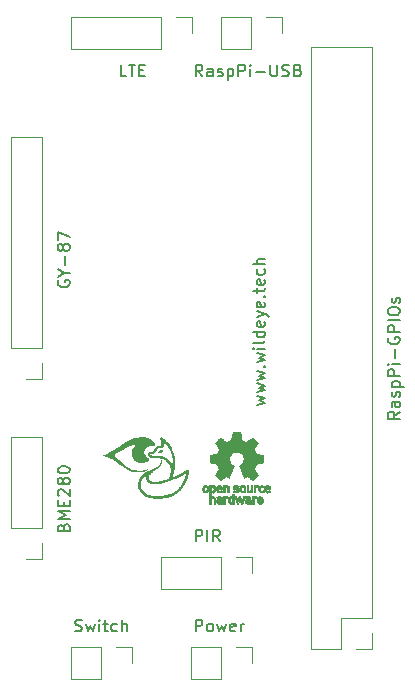
<source format=gbr>
%TF.GenerationSoftware,KiCad,Pcbnew,8.0.7*%
%TF.CreationDate,2025-03-04T00:24:51+01:00*%
%TF.ProjectId,Wildeye_pcb,57696c64-6579-4655-9f70-63622e6b6963,rev?*%
%TF.SameCoordinates,Original*%
%TF.FileFunction,Legend,Top*%
%TF.FilePolarity,Positive*%
%FSLAX46Y46*%
G04 Gerber Fmt 4.6, Leading zero omitted, Abs format (unit mm)*
G04 Created by KiCad (PCBNEW 8.0.7) date 2025-03-04 00:24:51*
%MOMM*%
%LPD*%
G01*
G04 APERTURE LIST*
%ADD10C,0.200000*%
%ADD11C,0.120000*%
%ADD12C,0.000000*%
%ADD13C,0.010000*%
%ADD14R,1.700000X1.700000*%
%ADD15O,1.700000X1.700000*%
%ADD16C,2.200000*%
G04 APERTURE END LIST*
D10*
X138752054Y-111579600D02*
X138894911Y-111627219D01*
X138894911Y-111627219D02*
X139133006Y-111627219D01*
X139133006Y-111627219D02*
X139228244Y-111579600D01*
X139228244Y-111579600D02*
X139275863Y-111531980D01*
X139275863Y-111531980D02*
X139323482Y-111436742D01*
X139323482Y-111436742D02*
X139323482Y-111341504D01*
X139323482Y-111341504D02*
X139275863Y-111246266D01*
X139275863Y-111246266D02*
X139228244Y-111198647D01*
X139228244Y-111198647D02*
X139133006Y-111151028D01*
X139133006Y-111151028D02*
X138942530Y-111103409D01*
X138942530Y-111103409D02*
X138847292Y-111055790D01*
X138847292Y-111055790D02*
X138799673Y-111008171D01*
X138799673Y-111008171D02*
X138752054Y-110912933D01*
X138752054Y-110912933D02*
X138752054Y-110817695D01*
X138752054Y-110817695D02*
X138799673Y-110722457D01*
X138799673Y-110722457D02*
X138847292Y-110674838D01*
X138847292Y-110674838D02*
X138942530Y-110627219D01*
X138942530Y-110627219D02*
X139180625Y-110627219D01*
X139180625Y-110627219D02*
X139323482Y-110674838D01*
X139656816Y-110960552D02*
X139847292Y-111627219D01*
X139847292Y-111627219D02*
X140037768Y-111151028D01*
X140037768Y-111151028D02*
X140228244Y-111627219D01*
X140228244Y-111627219D02*
X140418720Y-110960552D01*
X140799673Y-111627219D02*
X140799673Y-110960552D01*
X140799673Y-110627219D02*
X140752054Y-110674838D01*
X140752054Y-110674838D02*
X140799673Y-110722457D01*
X140799673Y-110722457D02*
X140847292Y-110674838D01*
X140847292Y-110674838D02*
X140799673Y-110627219D01*
X140799673Y-110627219D02*
X140799673Y-110722457D01*
X141133006Y-110960552D02*
X141513958Y-110960552D01*
X141275863Y-110627219D02*
X141275863Y-111484361D01*
X141275863Y-111484361D02*
X141323482Y-111579600D01*
X141323482Y-111579600D02*
X141418720Y-111627219D01*
X141418720Y-111627219D02*
X141513958Y-111627219D01*
X142275863Y-111579600D02*
X142180625Y-111627219D01*
X142180625Y-111627219D02*
X141990149Y-111627219D01*
X141990149Y-111627219D02*
X141894911Y-111579600D01*
X141894911Y-111579600D02*
X141847292Y-111531980D01*
X141847292Y-111531980D02*
X141799673Y-111436742D01*
X141799673Y-111436742D02*
X141799673Y-111151028D01*
X141799673Y-111151028D02*
X141847292Y-111055790D01*
X141847292Y-111055790D02*
X141894911Y-111008171D01*
X141894911Y-111008171D02*
X141990149Y-110960552D01*
X141990149Y-110960552D02*
X142180625Y-110960552D01*
X142180625Y-110960552D02*
X142275863Y-111008171D01*
X142704435Y-111627219D02*
X142704435Y-110627219D01*
X143133006Y-111627219D02*
X143133006Y-111103409D01*
X143133006Y-111103409D02*
X143085387Y-111008171D01*
X143085387Y-111008171D02*
X142990149Y-110960552D01*
X142990149Y-110960552D02*
X142847292Y-110960552D01*
X142847292Y-110960552D02*
X142752054Y-111008171D01*
X142752054Y-111008171D02*
X142704435Y-111055790D01*
X137773409Y-102801993D02*
X137821028Y-102659136D01*
X137821028Y-102659136D02*
X137868647Y-102611517D01*
X137868647Y-102611517D02*
X137963885Y-102563898D01*
X137963885Y-102563898D02*
X138106742Y-102563898D01*
X138106742Y-102563898D02*
X138201980Y-102611517D01*
X138201980Y-102611517D02*
X138249600Y-102659136D01*
X138249600Y-102659136D02*
X138297219Y-102754374D01*
X138297219Y-102754374D02*
X138297219Y-103135326D01*
X138297219Y-103135326D02*
X137297219Y-103135326D01*
X137297219Y-103135326D02*
X137297219Y-102801993D01*
X137297219Y-102801993D02*
X137344838Y-102706755D01*
X137344838Y-102706755D02*
X137392457Y-102659136D01*
X137392457Y-102659136D02*
X137487695Y-102611517D01*
X137487695Y-102611517D02*
X137582933Y-102611517D01*
X137582933Y-102611517D02*
X137678171Y-102659136D01*
X137678171Y-102659136D02*
X137725790Y-102706755D01*
X137725790Y-102706755D02*
X137773409Y-102801993D01*
X137773409Y-102801993D02*
X137773409Y-103135326D01*
X138297219Y-102135326D02*
X137297219Y-102135326D01*
X137297219Y-102135326D02*
X138011504Y-101801993D01*
X138011504Y-101801993D02*
X137297219Y-101468660D01*
X137297219Y-101468660D02*
X138297219Y-101468660D01*
X137773409Y-100992469D02*
X137773409Y-100659136D01*
X138297219Y-100516279D02*
X138297219Y-100992469D01*
X138297219Y-100992469D02*
X137297219Y-100992469D01*
X137297219Y-100992469D02*
X137297219Y-100516279D01*
X137392457Y-100135326D02*
X137344838Y-100087707D01*
X137344838Y-100087707D02*
X137297219Y-99992469D01*
X137297219Y-99992469D02*
X137297219Y-99754374D01*
X137297219Y-99754374D02*
X137344838Y-99659136D01*
X137344838Y-99659136D02*
X137392457Y-99611517D01*
X137392457Y-99611517D02*
X137487695Y-99563898D01*
X137487695Y-99563898D02*
X137582933Y-99563898D01*
X137582933Y-99563898D02*
X137725790Y-99611517D01*
X137725790Y-99611517D02*
X138297219Y-100182945D01*
X138297219Y-100182945D02*
X138297219Y-99563898D01*
X137725790Y-98992469D02*
X137678171Y-99087707D01*
X137678171Y-99087707D02*
X137630552Y-99135326D01*
X137630552Y-99135326D02*
X137535314Y-99182945D01*
X137535314Y-99182945D02*
X137487695Y-99182945D01*
X137487695Y-99182945D02*
X137392457Y-99135326D01*
X137392457Y-99135326D02*
X137344838Y-99087707D01*
X137344838Y-99087707D02*
X137297219Y-98992469D01*
X137297219Y-98992469D02*
X137297219Y-98801993D01*
X137297219Y-98801993D02*
X137344838Y-98706755D01*
X137344838Y-98706755D02*
X137392457Y-98659136D01*
X137392457Y-98659136D02*
X137487695Y-98611517D01*
X137487695Y-98611517D02*
X137535314Y-98611517D01*
X137535314Y-98611517D02*
X137630552Y-98659136D01*
X137630552Y-98659136D02*
X137678171Y-98706755D01*
X137678171Y-98706755D02*
X137725790Y-98801993D01*
X137725790Y-98801993D02*
X137725790Y-98992469D01*
X137725790Y-98992469D02*
X137773409Y-99087707D01*
X137773409Y-99087707D02*
X137821028Y-99135326D01*
X137821028Y-99135326D02*
X137916266Y-99182945D01*
X137916266Y-99182945D02*
X138106742Y-99182945D01*
X138106742Y-99182945D02*
X138201980Y-99135326D01*
X138201980Y-99135326D02*
X138249600Y-99087707D01*
X138249600Y-99087707D02*
X138297219Y-98992469D01*
X138297219Y-98992469D02*
X138297219Y-98801993D01*
X138297219Y-98801993D02*
X138249600Y-98706755D01*
X138249600Y-98706755D02*
X138201980Y-98659136D01*
X138201980Y-98659136D02*
X138106742Y-98611517D01*
X138106742Y-98611517D02*
X137916266Y-98611517D01*
X137916266Y-98611517D02*
X137821028Y-98659136D01*
X137821028Y-98659136D02*
X137773409Y-98706755D01*
X137773409Y-98706755D02*
X137725790Y-98801993D01*
X137297219Y-97992469D02*
X137297219Y-97897231D01*
X137297219Y-97897231D02*
X137344838Y-97801993D01*
X137344838Y-97801993D02*
X137392457Y-97754374D01*
X137392457Y-97754374D02*
X137487695Y-97706755D01*
X137487695Y-97706755D02*
X137678171Y-97659136D01*
X137678171Y-97659136D02*
X137916266Y-97659136D01*
X137916266Y-97659136D02*
X138106742Y-97706755D01*
X138106742Y-97706755D02*
X138201980Y-97754374D01*
X138201980Y-97754374D02*
X138249600Y-97801993D01*
X138249600Y-97801993D02*
X138297219Y-97897231D01*
X138297219Y-97897231D02*
X138297219Y-97992469D01*
X138297219Y-97992469D02*
X138249600Y-98087707D01*
X138249600Y-98087707D02*
X138201980Y-98135326D01*
X138201980Y-98135326D02*
X138106742Y-98182945D01*
X138106742Y-98182945D02*
X137916266Y-98230564D01*
X137916266Y-98230564D02*
X137678171Y-98230564D01*
X137678171Y-98230564D02*
X137487695Y-98182945D01*
X137487695Y-98182945D02*
X137392457Y-98135326D01*
X137392457Y-98135326D02*
X137344838Y-98087707D01*
X137344838Y-98087707D02*
X137297219Y-97992469D01*
X148959673Y-104007219D02*
X148959673Y-103007219D01*
X148959673Y-103007219D02*
X149340625Y-103007219D01*
X149340625Y-103007219D02*
X149435863Y-103054838D01*
X149435863Y-103054838D02*
X149483482Y-103102457D01*
X149483482Y-103102457D02*
X149531101Y-103197695D01*
X149531101Y-103197695D02*
X149531101Y-103340552D01*
X149531101Y-103340552D02*
X149483482Y-103435790D01*
X149483482Y-103435790D02*
X149435863Y-103483409D01*
X149435863Y-103483409D02*
X149340625Y-103531028D01*
X149340625Y-103531028D02*
X148959673Y-103531028D01*
X149959673Y-104007219D02*
X149959673Y-103007219D01*
X151007291Y-104007219D02*
X150673958Y-103531028D01*
X150435863Y-104007219D02*
X150435863Y-103007219D01*
X150435863Y-103007219D02*
X150816815Y-103007219D01*
X150816815Y-103007219D02*
X150912053Y-103054838D01*
X150912053Y-103054838D02*
X150959672Y-103102457D01*
X150959672Y-103102457D02*
X151007291Y-103197695D01*
X151007291Y-103197695D02*
X151007291Y-103340552D01*
X151007291Y-103340552D02*
X150959672Y-103435790D01*
X150959672Y-103435790D02*
X150912053Y-103483409D01*
X150912053Y-103483409D02*
X150816815Y-103531028D01*
X150816815Y-103531028D02*
X150435863Y-103531028D01*
X137344838Y-81910517D02*
X137297219Y-82005755D01*
X137297219Y-82005755D02*
X137297219Y-82148612D01*
X137297219Y-82148612D02*
X137344838Y-82291469D01*
X137344838Y-82291469D02*
X137440076Y-82386707D01*
X137440076Y-82386707D02*
X137535314Y-82434326D01*
X137535314Y-82434326D02*
X137725790Y-82481945D01*
X137725790Y-82481945D02*
X137868647Y-82481945D01*
X137868647Y-82481945D02*
X138059123Y-82434326D01*
X138059123Y-82434326D02*
X138154361Y-82386707D01*
X138154361Y-82386707D02*
X138249600Y-82291469D01*
X138249600Y-82291469D02*
X138297219Y-82148612D01*
X138297219Y-82148612D02*
X138297219Y-82053374D01*
X138297219Y-82053374D02*
X138249600Y-81910517D01*
X138249600Y-81910517D02*
X138201980Y-81862898D01*
X138201980Y-81862898D02*
X137868647Y-81862898D01*
X137868647Y-81862898D02*
X137868647Y-82053374D01*
X137821028Y-81243850D02*
X138297219Y-81243850D01*
X137297219Y-81577183D02*
X137821028Y-81243850D01*
X137821028Y-81243850D02*
X137297219Y-80910517D01*
X137916266Y-80577183D02*
X137916266Y-79815279D01*
X137725790Y-79196231D02*
X137678171Y-79291469D01*
X137678171Y-79291469D02*
X137630552Y-79339088D01*
X137630552Y-79339088D02*
X137535314Y-79386707D01*
X137535314Y-79386707D02*
X137487695Y-79386707D01*
X137487695Y-79386707D02*
X137392457Y-79339088D01*
X137392457Y-79339088D02*
X137344838Y-79291469D01*
X137344838Y-79291469D02*
X137297219Y-79196231D01*
X137297219Y-79196231D02*
X137297219Y-79005755D01*
X137297219Y-79005755D02*
X137344838Y-78910517D01*
X137344838Y-78910517D02*
X137392457Y-78862898D01*
X137392457Y-78862898D02*
X137487695Y-78815279D01*
X137487695Y-78815279D02*
X137535314Y-78815279D01*
X137535314Y-78815279D02*
X137630552Y-78862898D01*
X137630552Y-78862898D02*
X137678171Y-78910517D01*
X137678171Y-78910517D02*
X137725790Y-79005755D01*
X137725790Y-79005755D02*
X137725790Y-79196231D01*
X137725790Y-79196231D02*
X137773409Y-79291469D01*
X137773409Y-79291469D02*
X137821028Y-79339088D01*
X137821028Y-79339088D02*
X137916266Y-79386707D01*
X137916266Y-79386707D02*
X138106742Y-79386707D01*
X138106742Y-79386707D02*
X138201980Y-79339088D01*
X138201980Y-79339088D02*
X138249600Y-79291469D01*
X138249600Y-79291469D02*
X138297219Y-79196231D01*
X138297219Y-79196231D02*
X138297219Y-79005755D01*
X138297219Y-79005755D02*
X138249600Y-78910517D01*
X138249600Y-78910517D02*
X138201980Y-78862898D01*
X138201980Y-78862898D02*
X138106742Y-78815279D01*
X138106742Y-78815279D02*
X137916266Y-78815279D01*
X137916266Y-78815279D02*
X137821028Y-78862898D01*
X137821028Y-78862898D02*
X137773409Y-78910517D01*
X137773409Y-78910517D02*
X137725790Y-79005755D01*
X137297219Y-78481945D02*
X137297219Y-77815279D01*
X137297219Y-77815279D02*
X138297219Y-78243850D01*
X148959673Y-111627219D02*
X148959673Y-110627219D01*
X148959673Y-110627219D02*
X149340625Y-110627219D01*
X149340625Y-110627219D02*
X149435863Y-110674838D01*
X149435863Y-110674838D02*
X149483482Y-110722457D01*
X149483482Y-110722457D02*
X149531101Y-110817695D01*
X149531101Y-110817695D02*
X149531101Y-110960552D01*
X149531101Y-110960552D02*
X149483482Y-111055790D01*
X149483482Y-111055790D02*
X149435863Y-111103409D01*
X149435863Y-111103409D02*
X149340625Y-111151028D01*
X149340625Y-111151028D02*
X148959673Y-111151028D01*
X150102530Y-111627219D02*
X150007292Y-111579600D01*
X150007292Y-111579600D02*
X149959673Y-111531980D01*
X149959673Y-111531980D02*
X149912054Y-111436742D01*
X149912054Y-111436742D02*
X149912054Y-111151028D01*
X149912054Y-111151028D02*
X149959673Y-111055790D01*
X149959673Y-111055790D02*
X150007292Y-111008171D01*
X150007292Y-111008171D02*
X150102530Y-110960552D01*
X150102530Y-110960552D02*
X150245387Y-110960552D01*
X150245387Y-110960552D02*
X150340625Y-111008171D01*
X150340625Y-111008171D02*
X150388244Y-111055790D01*
X150388244Y-111055790D02*
X150435863Y-111151028D01*
X150435863Y-111151028D02*
X150435863Y-111436742D01*
X150435863Y-111436742D02*
X150388244Y-111531980D01*
X150388244Y-111531980D02*
X150340625Y-111579600D01*
X150340625Y-111579600D02*
X150245387Y-111627219D01*
X150245387Y-111627219D02*
X150102530Y-111627219D01*
X150769197Y-110960552D02*
X150959673Y-111627219D01*
X150959673Y-111627219D02*
X151150149Y-111151028D01*
X151150149Y-111151028D02*
X151340625Y-111627219D01*
X151340625Y-111627219D02*
X151531101Y-110960552D01*
X152293006Y-111579600D02*
X152197768Y-111627219D01*
X152197768Y-111627219D02*
X152007292Y-111627219D01*
X152007292Y-111627219D02*
X151912054Y-111579600D01*
X151912054Y-111579600D02*
X151864435Y-111484361D01*
X151864435Y-111484361D02*
X151864435Y-111103409D01*
X151864435Y-111103409D02*
X151912054Y-111008171D01*
X151912054Y-111008171D02*
X152007292Y-110960552D01*
X152007292Y-110960552D02*
X152197768Y-110960552D01*
X152197768Y-110960552D02*
X152293006Y-111008171D01*
X152293006Y-111008171D02*
X152340625Y-111103409D01*
X152340625Y-111103409D02*
X152340625Y-111198647D01*
X152340625Y-111198647D02*
X151864435Y-111293885D01*
X152769197Y-111627219D02*
X152769197Y-110960552D01*
X152769197Y-111151028D02*
X152816816Y-111055790D01*
X152816816Y-111055790D02*
X152864435Y-111008171D01*
X152864435Y-111008171D02*
X152959673Y-110960552D01*
X152959673Y-110960552D02*
X153054911Y-110960552D01*
X154140552Y-92435564D02*
X154807219Y-92245088D01*
X154807219Y-92245088D02*
X154331028Y-92054612D01*
X154331028Y-92054612D02*
X154807219Y-91864136D01*
X154807219Y-91864136D02*
X154140552Y-91673660D01*
X154140552Y-91387945D02*
X154807219Y-91197469D01*
X154807219Y-91197469D02*
X154331028Y-91006993D01*
X154331028Y-91006993D02*
X154807219Y-90816517D01*
X154807219Y-90816517D02*
X154140552Y-90626041D01*
X154140552Y-90340326D02*
X154807219Y-90149850D01*
X154807219Y-90149850D02*
X154331028Y-89959374D01*
X154331028Y-89959374D02*
X154807219Y-89768898D01*
X154807219Y-89768898D02*
X154140552Y-89578422D01*
X154711980Y-89197469D02*
X154759600Y-89149850D01*
X154759600Y-89149850D02*
X154807219Y-89197469D01*
X154807219Y-89197469D02*
X154759600Y-89245088D01*
X154759600Y-89245088D02*
X154711980Y-89197469D01*
X154711980Y-89197469D02*
X154807219Y-89197469D01*
X154140552Y-88816517D02*
X154807219Y-88626041D01*
X154807219Y-88626041D02*
X154331028Y-88435565D01*
X154331028Y-88435565D02*
X154807219Y-88245089D01*
X154807219Y-88245089D02*
X154140552Y-88054613D01*
X154807219Y-87673660D02*
X154140552Y-87673660D01*
X153807219Y-87673660D02*
X153854838Y-87721279D01*
X153854838Y-87721279D02*
X153902457Y-87673660D01*
X153902457Y-87673660D02*
X153854838Y-87626041D01*
X153854838Y-87626041D02*
X153807219Y-87673660D01*
X153807219Y-87673660D02*
X153902457Y-87673660D01*
X154807219Y-87054613D02*
X154759600Y-87149851D01*
X154759600Y-87149851D02*
X154664361Y-87197470D01*
X154664361Y-87197470D02*
X153807219Y-87197470D01*
X154807219Y-86245089D02*
X153807219Y-86245089D01*
X154759600Y-86245089D02*
X154807219Y-86340327D01*
X154807219Y-86340327D02*
X154807219Y-86530803D01*
X154807219Y-86530803D02*
X154759600Y-86626041D01*
X154759600Y-86626041D02*
X154711980Y-86673660D01*
X154711980Y-86673660D02*
X154616742Y-86721279D01*
X154616742Y-86721279D02*
X154331028Y-86721279D01*
X154331028Y-86721279D02*
X154235790Y-86673660D01*
X154235790Y-86673660D02*
X154188171Y-86626041D01*
X154188171Y-86626041D02*
X154140552Y-86530803D01*
X154140552Y-86530803D02*
X154140552Y-86340327D01*
X154140552Y-86340327D02*
X154188171Y-86245089D01*
X154759600Y-85387946D02*
X154807219Y-85483184D01*
X154807219Y-85483184D02*
X154807219Y-85673660D01*
X154807219Y-85673660D02*
X154759600Y-85768898D01*
X154759600Y-85768898D02*
X154664361Y-85816517D01*
X154664361Y-85816517D02*
X154283409Y-85816517D01*
X154283409Y-85816517D02*
X154188171Y-85768898D01*
X154188171Y-85768898D02*
X154140552Y-85673660D01*
X154140552Y-85673660D02*
X154140552Y-85483184D01*
X154140552Y-85483184D02*
X154188171Y-85387946D01*
X154188171Y-85387946D02*
X154283409Y-85340327D01*
X154283409Y-85340327D02*
X154378647Y-85340327D01*
X154378647Y-85340327D02*
X154473885Y-85816517D01*
X154140552Y-85006993D02*
X154807219Y-84768898D01*
X154140552Y-84530803D02*
X154807219Y-84768898D01*
X154807219Y-84768898D02*
X155045314Y-84864136D01*
X155045314Y-84864136D02*
X155092933Y-84911755D01*
X155092933Y-84911755D02*
X155140552Y-85006993D01*
X154759600Y-83768898D02*
X154807219Y-83864136D01*
X154807219Y-83864136D02*
X154807219Y-84054612D01*
X154807219Y-84054612D02*
X154759600Y-84149850D01*
X154759600Y-84149850D02*
X154664361Y-84197469D01*
X154664361Y-84197469D02*
X154283409Y-84197469D01*
X154283409Y-84197469D02*
X154188171Y-84149850D01*
X154188171Y-84149850D02*
X154140552Y-84054612D01*
X154140552Y-84054612D02*
X154140552Y-83864136D01*
X154140552Y-83864136D02*
X154188171Y-83768898D01*
X154188171Y-83768898D02*
X154283409Y-83721279D01*
X154283409Y-83721279D02*
X154378647Y-83721279D01*
X154378647Y-83721279D02*
X154473885Y-84197469D01*
X154711980Y-83292707D02*
X154759600Y-83245088D01*
X154759600Y-83245088D02*
X154807219Y-83292707D01*
X154807219Y-83292707D02*
X154759600Y-83340326D01*
X154759600Y-83340326D02*
X154711980Y-83292707D01*
X154711980Y-83292707D02*
X154807219Y-83292707D01*
X154140552Y-82959374D02*
X154140552Y-82578422D01*
X153807219Y-82816517D02*
X154664361Y-82816517D01*
X154664361Y-82816517D02*
X154759600Y-82768898D01*
X154759600Y-82768898D02*
X154807219Y-82673660D01*
X154807219Y-82673660D02*
X154807219Y-82578422D01*
X154759600Y-81864136D02*
X154807219Y-81959374D01*
X154807219Y-81959374D02*
X154807219Y-82149850D01*
X154807219Y-82149850D02*
X154759600Y-82245088D01*
X154759600Y-82245088D02*
X154664361Y-82292707D01*
X154664361Y-82292707D02*
X154283409Y-82292707D01*
X154283409Y-82292707D02*
X154188171Y-82245088D01*
X154188171Y-82245088D02*
X154140552Y-82149850D01*
X154140552Y-82149850D02*
X154140552Y-81959374D01*
X154140552Y-81959374D02*
X154188171Y-81864136D01*
X154188171Y-81864136D02*
X154283409Y-81816517D01*
X154283409Y-81816517D02*
X154378647Y-81816517D01*
X154378647Y-81816517D02*
X154473885Y-82292707D01*
X154759600Y-80959374D02*
X154807219Y-81054612D01*
X154807219Y-81054612D02*
X154807219Y-81245088D01*
X154807219Y-81245088D02*
X154759600Y-81340326D01*
X154759600Y-81340326D02*
X154711980Y-81387945D01*
X154711980Y-81387945D02*
X154616742Y-81435564D01*
X154616742Y-81435564D02*
X154331028Y-81435564D01*
X154331028Y-81435564D02*
X154235790Y-81387945D01*
X154235790Y-81387945D02*
X154188171Y-81340326D01*
X154188171Y-81340326D02*
X154140552Y-81245088D01*
X154140552Y-81245088D02*
X154140552Y-81054612D01*
X154140552Y-81054612D02*
X154188171Y-80959374D01*
X154807219Y-80530802D02*
X153807219Y-80530802D01*
X154807219Y-80102231D02*
X154283409Y-80102231D01*
X154283409Y-80102231D02*
X154188171Y-80149850D01*
X154188171Y-80149850D02*
X154140552Y-80245088D01*
X154140552Y-80245088D02*
X154140552Y-80387945D01*
X154140552Y-80387945D02*
X154188171Y-80483183D01*
X154188171Y-80483183D02*
X154235790Y-80530802D01*
X149531101Y-64637219D02*
X149197768Y-64161028D01*
X148959673Y-64637219D02*
X148959673Y-63637219D01*
X148959673Y-63637219D02*
X149340625Y-63637219D01*
X149340625Y-63637219D02*
X149435863Y-63684838D01*
X149435863Y-63684838D02*
X149483482Y-63732457D01*
X149483482Y-63732457D02*
X149531101Y-63827695D01*
X149531101Y-63827695D02*
X149531101Y-63970552D01*
X149531101Y-63970552D02*
X149483482Y-64065790D01*
X149483482Y-64065790D02*
X149435863Y-64113409D01*
X149435863Y-64113409D02*
X149340625Y-64161028D01*
X149340625Y-64161028D02*
X148959673Y-64161028D01*
X150388244Y-64637219D02*
X150388244Y-64113409D01*
X150388244Y-64113409D02*
X150340625Y-64018171D01*
X150340625Y-64018171D02*
X150245387Y-63970552D01*
X150245387Y-63970552D02*
X150054911Y-63970552D01*
X150054911Y-63970552D02*
X149959673Y-64018171D01*
X150388244Y-64589600D02*
X150293006Y-64637219D01*
X150293006Y-64637219D02*
X150054911Y-64637219D01*
X150054911Y-64637219D02*
X149959673Y-64589600D01*
X149959673Y-64589600D02*
X149912054Y-64494361D01*
X149912054Y-64494361D02*
X149912054Y-64399123D01*
X149912054Y-64399123D02*
X149959673Y-64303885D01*
X149959673Y-64303885D02*
X150054911Y-64256266D01*
X150054911Y-64256266D02*
X150293006Y-64256266D01*
X150293006Y-64256266D02*
X150388244Y-64208647D01*
X150816816Y-64589600D02*
X150912054Y-64637219D01*
X150912054Y-64637219D02*
X151102530Y-64637219D01*
X151102530Y-64637219D02*
X151197768Y-64589600D01*
X151197768Y-64589600D02*
X151245387Y-64494361D01*
X151245387Y-64494361D02*
X151245387Y-64446742D01*
X151245387Y-64446742D02*
X151197768Y-64351504D01*
X151197768Y-64351504D02*
X151102530Y-64303885D01*
X151102530Y-64303885D02*
X150959673Y-64303885D01*
X150959673Y-64303885D02*
X150864435Y-64256266D01*
X150864435Y-64256266D02*
X150816816Y-64161028D01*
X150816816Y-64161028D02*
X150816816Y-64113409D01*
X150816816Y-64113409D02*
X150864435Y-64018171D01*
X150864435Y-64018171D02*
X150959673Y-63970552D01*
X150959673Y-63970552D02*
X151102530Y-63970552D01*
X151102530Y-63970552D02*
X151197768Y-64018171D01*
X151673959Y-63970552D02*
X151673959Y-64970552D01*
X151673959Y-64018171D02*
X151769197Y-63970552D01*
X151769197Y-63970552D02*
X151959673Y-63970552D01*
X151959673Y-63970552D02*
X152054911Y-64018171D01*
X152054911Y-64018171D02*
X152102530Y-64065790D01*
X152102530Y-64065790D02*
X152150149Y-64161028D01*
X152150149Y-64161028D02*
X152150149Y-64446742D01*
X152150149Y-64446742D02*
X152102530Y-64541980D01*
X152102530Y-64541980D02*
X152054911Y-64589600D01*
X152054911Y-64589600D02*
X151959673Y-64637219D01*
X151959673Y-64637219D02*
X151769197Y-64637219D01*
X151769197Y-64637219D02*
X151673959Y-64589600D01*
X152578721Y-64637219D02*
X152578721Y-63637219D01*
X152578721Y-63637219D02*
X152959673Y-63637219D01*
X152959673Y-63637219D02*
X153054911Y-63684838D01*
X153054911Y-63684838D02*
X153102530Y-63732457D01*
X153102530Y-63732457D02*
X153150149Y-63827695D01*
X153150149Y-63827695D02*
X153150149Y-63970552D01*
X153150149Y-63970552D02*
X153102530Y-64065790D01*
X153102530Y-64065790D02*
X153054911Y-64113409D01*
X153054911Y-64113409D02*
X152959673Y-64161028D01*
X152959673Y-64161028D02*
X152578721Y-64161028D01*
X153578721Y-64637219D02*
X153578721Y-63970552D01*
X153578721Y-63637219D02*
X153531102Y-63684838D01*
X153531102Y-63684838D02*
X153578721Y-63732457D01*
X153578721Y-63732457D02*
X153626340Y-63684838D01*
X153626340Y-63684838D02*
X153578721Y-63637219D01*
X153578721Y-63637219D02*
X153578721Y-63732457D01*
X154054911Y-64256266D02*
X154816816Y-64256266D01*
X155293006Y-63637219D02*
X155293006Y-64446742D01*
X155293006Y-64446742D02*
X155340625Y-64541980D01*
X155340625Y-64541980D02*
X155388244Y-64589600D01*
X155388244Y-64589600D02*
X155483482Y-64637219D01*
X155483482Y-64637219D02*
X155673958Y-64637219D01*
X155673958Y-64637219D02*
X155769196Y-64589600D01*
X155769196Y-64589600D02*
X155816815Y-64541980D01*
X155816815Y-64541980D02*
X155864434Y-64446742D01*
X155864434Y-64446742D02*
X155864434Y-63637219D01*
X156293006Y-64589600D02*
X156435863Y-64637219D01*
X156435863Y-64637219D02*
X156673958Y-64637219D01*
X156673958Y-64637219D02*
X156769196Y-64589600D01*
X156769196Y-64589600D02*
X156816815Y-64541980D01*
X156816815Y-64541980D02*
X156864434Y-64446742D01*
X156864434Y-64446742D02*
X156864434Y-64351504D01*
X156864434Y-64351504D02*
X156816815Y-64256266D01*
X156816815Y-64256266D02*
X156769196Y-64208647D01*
X156769196Y-64208647D02*
X156673958Y-64161028D01*
X156673958Y-64161028D02*
X156483482Y-64113409D01*
X156483482Y-64113409D02*
X156388244Y-64065790D01*
X156388244Y-64065790D02*
X156340625Y-64018171D01*
X156340625Y-64018171D02*
X156293006Y-63922933D01*
X156293006Y-63922933D02*
X156293006Y-63827695D01*
X156293006Y-63827695D02*
X156340625Y-63732457D01*
X156340625Y-63732457D02*
X156388244Y-63684838D01*
X156388244Y-63684838D02*
X156483482Y-63637219D01*
X156483482Y-63637219D02*
X156721577Y-63637219D01*
X156721577Y-63637219D02*
X156864434Y-63684838D01*
X157626339Y-64113409D02*
X157769196Y-64161028D01*
X157769196Y-64161028D02*
X157816815Y-64208647D01*
X157816815Y-64208647D02*
X157864434Y-64303885D01*
X157864434Y-64303885D02*
X157864434Y-64446742D01*
X157864434Y-64446742D02*
X157816815Y-64541980D01*
X157816815Y-64541980D02*
X157769196Y-64589600D01*
X157769196Y-64589600D02*
X157673958Y-64637219D01*
X157673958Y-64637219D02*
X157293006Y-64637219D01*
X157293006Y-64637219D02*
X157293006Y-63637219D01*
X157293006Y-63637219D02*
X157626339Y-63637219D01*
X157626339Y-63637219D02*
X157721577Y-63684838D01*
X157721577Y-63684838D02*
X157769196Y-63732457D01*
X157769196Y-63732457D02*
X157816815Y-63827695D01*
X157816815Y-63827695D02*
X157816815Y-63922933D01*
X157816815Y-63922933D02*
X157769196Y-64018171D01*
X157769196Y-64018171D02*
X157721577Y-64065790D01*
X157721577Y-64065790D02*
X157626339Y-64113409D01*
X157626339Y-64113409D02*
X157293006Y-64113409D01*
X166237219Y-93038898D02*
X165761028Y-93372231D01*
X166237219Y-93610326D02*
X165237219Y-93610326D01*
X165237219Y-93610326D02*
X165237219Y-93229374D01*
X165237219Y-93229374D02*
X165284838Y-93134136D01*
X165284838Y-93134136D02*
X165332457Y-93086517D01*
X165332457Y-93086517D02*
X165427695Y-93038898D01*
X165427695Y-93038898D02*
X165570552Y-93038898D01*
X165570552Y-93038898D02*
X165665790Y-93086517D01*
X165665790Y-93086517D02*
X165713409Y-93134136D01*
X165713409Y-93134136D02*
X165761028Y-93229374D01*
X165761028Y-93229374D02*
X165761028Y-93610326D01*
X166237219Y-92181755D02*
X165713409Y-92181755D01*
X165713409Y-92181755D02*
X165618171Y-92229374D01*
X165618171Y-92229374D02*
X165570552Y-92324612D01*
X165570552Y-92324612D02*
X165570552Y-92515088D01*
X165570552Y-92515088D02*
X165618171Y-92610326D01*
X166189600Y-92181755D02*
X166237219Y-92276993D01*
X166237219Y-92276993D02*
X166237219Y-92515088D01*
X166237219Y-92515088D02*
X166189600Y-92610326D01*
X166189600Y-92610326D02*
X166094361Y-92657945D01*
X166094361Y-92657945D02*
X165999123Y-92657945D01*
X165999123Y-92657945D02*
X165903885Y-92610326D01*
X165903885Y-92610326D02*
X165856266Y-92515088D01*
X165856266Y-92515088D02*
X165856266Y-92276993D01*
X165856266Y-92276993D02*
X165808647Y-92181755D01*
X166189600Y-91753183D02*
X166237219Y-91657945D01*
X166237219Y-91657945D02*
X166237219Y-91467469D01*
X166237219Y-91467469D02*
X166189600Y-91372231D01*
X166189600Y-91372231D02*
X166094361Y-91324612D01*
X166094361Y-91324612D02*
X166046742Y-91324612D01*
X166046742Y-91324612D02*
X165951504Y-91372231D01*
X165951504Y-91372231D02*
X165903885Y-91467469D01*
X165903885Y-91467469D02*
X165903885Y-91610326D01*
X165903885Y-91610326D02*
X165856266Y-91705564D01*
X165856266Y-91705564D02*
X165761028Y-91753183D01*
X165761028Y-91753183D02*
X165713409Y-91753183D01*
X165713409Y-91753183D02*
X165618171Y-91705564D01*
X165618171Y-91705564D02*
X165570552Y-91610326D01*
X165570552Y-91610326D02*
X165570552Y-91467469D01*
X165570552Y-91467469D02*
X165618171Y-91372231D01*
X165570552Y-90896040D02*
X166570552Y-90896040D01*
X165618171Y-90896040D02*
X165570552Y-90800802D01*
X165570552Y-90800802D02*
X165570552Y-90610326D01*
X165570552Y-90610326D02*
X165618171Y-90515088D01*
X165618171Y-90515088D02*
X165665790Y-90467469D01*
X165665790Y-90467469D02*
X165761028Y-90419850D01*
X165761028Y-90419850D02*
X166046742Y-90419850D01*
X166046742Y-90419850D02*
X166141980Y-90467469D01*
X166141980Y-90467469D02*
X166189600Y-90515088D01*
X166189600Y-90515088D02*
X166237219Y-90610326D01*
X166237219Y-90610326D02*
X166237219Y-90800802D01*
X166237219Y-90800802D02*
X166189600Y-90896040D01*
X166237219Y-89991278D02*
X165237219Y-89991278D01*
X165237219Y-89991278D02*
X165237219Y-89610326D01*
X165237219Y-89610326D02*
X165284838Y-89515088D01*
X165284838Y-89515088D02*
X165332457Y-89467469D01*
X165332457Y-89467469D02*
X165427695Y-89419850D01*
X165427695Y-89419850D02*
X165570552Y-89419850D01*
X165570552Y-89419850D02*
X165665790Y-89467469D01*
X165665790Y-89467469D02*
X165713409Y-89515088D01*
X165713409Y-89515088D02*
X165761028Y-89610326D01*
X165761028Y-89610326D02*
X165761028Y-89991278D01*
X166237219Y-88991278D02*
X165570552Y-88991278D01*
X165237219Y-88991278D02*
X165284838Y-89038897D01*
X165284838Y-89038897D02*
X165332457Y-88991278D01*
X165332457Y-88991278D02*
X165284838Y-88943659D01*
X165284838Y-88943659D02*
X165237219Y-88991278D01*
X165237219Y-88991278D02*
X165332457Y-88991278D01*
X165856266Y-88515088D02*
X165856266Y-87753184D01*
X165284838Y-86753184D02*
X165237219Y-86848422D01*
X165237219Y-86848422D02*
X165237219Y-86991279D01*
X165237219Y-86991279D02*
X165284838Y-87134136D01*
X165284838Y-87134136D02*
X165380076Y-87229374D01*
X165380076Y-87229374D02*
X165475314Y-87276993D01*
X165475314Y-87276993D02*
X165665790Y-87324612D01*
X165665790Y-87324612D02*
X165808647Y-87324612D01*
X165808647Y-87324612D02*
X165999123Y-87276993D01*
X165999123Y-87276993D02*
X166094361Y-87229374D01*
X166094361Y-87229374D02*
X166189600Y-87134136D01*
X166189600Y-87134136D02*
X166237219Y-86991279D01*
X166237219Y-86991279D02*
X166237219Y-86896041D01*
X166237219Y-86896041D02*
X166189600Y-86753184D01*
X166189600Y-86753184D02*
X166141980Y-86705565D01*
X166141980Y-86705565D02*
X165808647Y-86705565D01*
X165808647Y-86705565D02*
X165808647Y-86896041D01*
X166237219Y-86276993D02*
X165237219Y-86276993D01*
X165237219Y-86276993D02*
X165237219Y-85896041D01*
X165237219Y-85896041D02*
X165284838Y-85800803D01*
X165284838Y-85800803D02*
X165332457Y-85753184D01*
X165332457Y-85753184D02*
X165427695Y-85705565D01*
X165427695Y-85705565D02*
X165570552Y-85705565D01*
X165570552Y-85705565D02*
X165665790Y-85753184D01*
X165665790Y-85753184D02*
X165713409Y-85800803D01*
X165713409Y-85800803D02*
X165761028Y-85896041D01*
X165761028Y-85896041D02*
X165761028Y-86276993D01*
X166237219Y-85276993D02*
X165237219Y-85276993D01*
X165237219Y-84610327D02*
X165237219Y-84419851D01*
X165237219Y-84419851D02*
X165284838Y-84324613D01*
X165284838Y-84324613D02*
X165380076Y-84229375D01*
X165380076Y-84229375D02*
X165570552Y-84181756D01*
X165570552Y-84181756D02*
X165903885Y-84181756D01*
X165903885Y-84181756D02*
X166094361Y-84229375D01*
X166094361Y-84229375D02*
X166189600Y-84324613D01*
X166189600Y-84324613D02*
X166237219Y-84419851D01*
X166237219Y-84419851D02*
X166237219Y-84610327D01*
X166237219Y-84610327D02*
X166189600Y-84705565D01*
X166189600Y-84705565D02*
X166094361Y-84800803D01*
X166094361Y-84800803D02*
X165903885Y-84848422D01*
X165903885Y-84848422D02*
X165570552Y-84848422D01*
X165570552Y-84848422D02*
X165380076Y-84800803D01*
X165380076Y-84800803D02*
X165284838Y-84705565D01*
X165284838Y-84705565D02*
X165237219Y-84610327D01*
X166189600Y-83800803D02*
X166237219Y-83705565D01*
X166237219Y-83705565D02*
X166237219Y-83515089D01*
X166237219Y-83515089D02*
X166189600Y-83419851D01*
X166189600Y-83419851D02*
X166094361Y-83372232D01*
X166094361Y-83372232D02*
X166046742Y-83372232D01*
X166046742Y-83372232D02*
X165951504Y-83419851D01*
X165951504Y-83419851D02*
X165903885Y-83515089D01*
X165903885Y-83515089D02*
X165903885Y-83657946D01*
X165903885Y-83657946D02*
X165856266Y-83753184D01*
X165856266Y-83753184D02*
X165761028Y-83800803D01*
X165761028Y-83800803D02*
X165713409Y-83800803D01*
X165713409Y-83800803D02*
X165618171Y-83753184D01*
X165618171Y-83753184D02*
X165570552Y-83657946D01*
X165570552Y-83657946D02*
X165570552Y-83515089D01*
X165570552Y-83515089D02*
X165618171Y-83419851D01*
X143085863Y-64637219D02*
X142609673Y-64637219D01*
X142609673Y-64637219D02*
X142609673Y-63637219D01*
X143276340Y-63637219D02*
X143847768Y-63637219D01*
X143562054Y-64637219D02*
X143562054Y-63637219D01*
X144181102Y-64113409D02*
X144514435Y-64113409D01*
X144657292Y-64637219D02*
X144181102Y-64637219D01*
X144181102Y-64637219D02*
X144181102Y-63637219D01*
X144181102Y-63637219D02*
X144657292Y-63637219D01*
D11*
%TO.C,PIR_Sensor1*%
X145990000Y-105350000D02*
X145990000Y-108010000D01*
X151130000Y-105350000D02*
X145990000Y-105350000D01*
X151130000Y-105350000D02*
X151130000Y-108010000D01*
X151130000Y-108010000D02*
X145990000Y-108010000D01*
X152400000Y-105350000D02*
X153730000Y-105350000D01*
X153730000Y-105350000D02*
X153730000Y-106680000D01*
%TO.C,GY-87_Sensor1*%
X133290000Y-87630000D02*
X133290000Y-69790000D01*
X135950000Y-69790000D02*
X133290000Y-69790000D01*
X135950000Y-87630000D02*
X133290000Y-87630000D01*
X135950000Y-87630000D02*
X135950000Y-69790000D01*
X135950000Y-88900000D02*
X135950000Y-90230000D01*
X135950000Y-90230000D02*
X134620000Y-90230000D01*
%TO.C,LTE_Modem1*%
X138370000Y-59630000D02*
X138370000Y-62290000D01*
X146050000Y-59630000D02*
X138370000Y-59630000D01*
X146050000Y-59630000D02*
X146050000Y-62290000D01*
X146050000Y-62290000D02*
X138370000Y-62290000D01*
X147320000Y-59630000D02*
X148650000Y-59630000D01*
X148650000Y-59630000D02*
X148650000Y-60960000D01*
%TO.C,Switch_Module1*%
X138370000Y-112970000D02*
X138370000Y-115630000D01*
X140970000Y-112970000D02*
X138370000Y-112970000D01*
X140970000Y-112970000D02*
X140970000Y-115630000D01*
X140970000Y-115630000D02*
X138370000Y-115630000D01*
X142240000Y-112970000D02*
X143570000Y-112970000D01*
X143570000Y-112970000D02*
X143570000Y-114300000D01*
D12*
%TO.C,G\u002A\u002A\u002A*%
G36*
X146126587Y-96256794D02*
G01*
X146155011Y-96258855D01*
X146173306Y-96264357D01*
X146187095Y-96274727D01*
X146197332Y-96285945D01*
X146217504Y-96320327D01*
X146223182Y-96361450D01*
X146214200Y-96405839D01*
X146186678Y-96442201D01*
X146139754Y-96471502D01*
X146116128Y-96481180D01*
X146079693Y-96490371D01*
X146030143Y-96497412D01*
X145974158Y-96501951D01*
X145918417Y-96503633D01*
X145869602Y-96502105D01*
X145834390Y-96497014D01*
X145831660Y-96496230D01*
X145795770Y-96478986D01*
X145778333Y-96456100D01*
X145778695Y-96434994D01*
X145792421Y-96411872D01*
X145818959Y-96381363D01*
X145853394Y-96348038D01*
X145890813Y-96316465D01*
X145926302Y-96291214D01*
X145943915Y-96281339D01*
X145978329Y-96267816D01*
X146016464Y-96260160D01*
X146066016Y-96257003D01*
X146082412Y-96256745D01*
X146126587Y-96256794D01*
G37*
G36*
X144523274Y-95194706D02*
G01*
X144602143Y-95197547D01*
X144662093Y-95202402D01*
X144825191Y-95228975D01*
X144974581Y-95268940D01*
X145109447Y-95321872D01*
X145228972Y-95387347D01*
X145332340Y-95464939D01*
X145418733Y-95554222D01*
X145467469Y-95621555D01*
X145511006Y-95696696D01*
X145537978Y-95760026D01*
X145548650Y-95812921D01*
X145543284Y-95856760D01*
X145522144Y-95892921D01*
X145519815Y-95895485D01*
X145495116Y-95915660D01*
X145462064Y-95930604D01*
X145417882Y-95940827D01*
X145359792Y-95946840D01*
X145285016Y-95949154D01*
X145228990Y-95948954D01*
X145168188Y-95948548D01*
X145123191Y-95949580D01*
X145088438Y-95952699D01*
X145058368Y-95958552D01*
X145027419Y-95967787D01*
X145007400Y-95974760D01*
X144926456Y-96007951D01*
X144858384Y-96046409D01*
X144794674Y-96095365D01*
X144760809Y-96126358D01*
X144694884Y-96201970D01*
X144646967Y-96284105D01*
X144617594Y-96370392D01*
X144607298Y-96458457D01*
X144616612Y-96545930D01*
X144646071Y-96630439D01*
X144646972Y-96632292D01*
X144673991Y-96676140D01*
X144713920Y-96726752D01*
X144762251Y-96779617D01*
X144814477Y-96830226D01*
X144866090Y-96874070D01*
X144912585Y-96906638D01*
X144931195Y-96916678D01*
X144986893Y-96949742D01*
X145025085Y-96987409D01*
X145044859Y-97027798D01*
X145045302Y-97069026D01*
X145025503Y-97109209D01*
X145024882Y-97110004D01*
X144993668Y-97140600D01*
X144946287Y-97175610D01*
X144886895Y-97212805D01*
X144819647Y-97249955D01*
X144748699Y-97284831D01*
X144678206Y-97315204D01*
X144612324Y-97338844D01*
X144582231Y-97347489D01*
X144520680Y-97358742D01*
X144446259Y-97365329D01*
X144366007Y-97367245D01*
X144286964Y-97364483D01*
X144216171Y-97357038D01*
X144170656Y-97347828D01*
X144092162Y-97320832D01*
X144008313Y-97282161D01*
X143927805Y-97236257D01*
X143863355Y-97190813D01*
X143778238Y-97110944D01*
X143701020Y-97015443D01*
X143635134Y-96909591D01*
X143584014Y-96798664D01*
X143559672Y-96723902D01*
X143546099Y-96654728D01*
X143538143Y-96574066D01*
X143535908Y-96489251D01*
X143539496Y-96407615D01*
X143549010Y-96336492D01*
X143553938Y-96314747D01*
X143591568Y-96206639D01*
X143646743Y-96098944D01*
X143716145Y-95996759D01*
X143796457Y-95905182D01*
X143854935Y-95852121D01*
X143885736Y-95826157D01*
X143908323Y-95805660D01*
X143919057Y-95793991D01*
X143919365Y-95792637D01*
X143906860Y-95792350D01*
X143877792Y-95796597D01*
X143836278Y-95804491D01*
X143786436Y-95815146D01*
X143732385Y-95827673D01*
X143678242Y-95841186D01*
X143628125Y-95854797D01*
X143620109Y-95857113D01*
X143421681Y-95922895D01*
X143227891Y-96003446D01*
X143034451Y-96100692D01*
X142882483Y-96188501D01*
X142822341Y-96225132D01*
X142759488Y-96263424D01*
X142700176Y-96299567D01*
X142650655Y-96329753D01*
X142636608Y-96338318D01*
X142593125Y-96364070D01*
X142536599Y-96396434D01*
X142472921Y-96432093D01*
X142407983Y-96467733D01*
X142374697Y-96485680D01*
X142304044Y-96523716D01*
X142249370Y-96553795D01*
X142207656Y-96577766D01*
X142175882Y-96597479D01*
X142151029Y-96614785D01*
X142130077Y-96631534D01*
X142115459Y-96644520D01*
X142096888Y-96665332D01*
X142087976Y-96686670D01*
X142089842Y-96710348D01*
X142103603Y-96738179D01*
X142130377Y-96771977D01*
X142171283Y-96813555D01*
X142227437Y-96864728D01*
X142278485Y-96909000D01*
X142334985Y-96958823D01*
X142399427Y-97017999D01*
X142465145Y-97080272D01*
X142525473Y-97139385D01*
X142545741Y-97159863D01*
X142684209Y-97297684D01*
X142816539Y-97422143D01*
X142941445Y-97532116D01*
X143057643Y-97626478D01*
X143163849Y-97704104D01*
X143179573Y-97714725D01*
X143312241Y-97793564D01*
X143457456Y-97862443D01*
X143611297Y-97920322D01*
X143769844Y-97966162D01*
X143929175Y-97998924D01*
X144085370Y-98017568D01*
X144234508Y-98021057D01*
X144315572Y-98015793D01*
X144419088Y-98003373D01*
X144509086Y-97987822D01*
X144593384Y-97967373D01*
X144679801Y-97940260D01*
X144730888Y-97921933D01*
X144809814Y-97894264D01*
X144871746Y-97876103D01*
X144916323Y-97867433D01*
X144943181Y-97868241D01*
X144951955Y-97878509D01*
X144942284Y-97898224D01*
X144913804Y-97927369D01*
X144911282Y-97929599D01*
X144823286Y-97996469D01*
X144722136Y-98055916D01*
X144615302Y-98104098D01*
X144510251Y-98137170D01*
X144505884Y-98138195D01*
X144461672Y-98145460D01*
X144400475Y-98151362D01*
X144326651Y-98155836D01*
X144244556Y-98158816D01*
X144158547Y-98160235D01*
X144072980Y-98160029D01*
X143992213Y-98158131D01*
X143920601Y-98154475D01*
X143862503Y-98148997D01*
X143855250Y-98148018D01*
X143730357Y-98126855D01*
X143609071Y-98098887D01*
X143489671Y-98063208D01*
X143370434Y-98018910D01*
X143249638Y-97965086D01*
X143125562Y-97900828D01*
X142996484Y-97825229D01*
X142860681Y-97737382D01*
X142716433Y-97636379D01*
X142562016Y-97521313D01*
X142395710Y-97391277D01*
X142350724Y-97355237D01*
X142268456Y-97289615D01*
X142199184Y-97235851D01*
X142139767Y-97191778D01*
X142087064Y-97155229D01*
X142037933Y-97124037D01*
X141989235Y-97096034D01*
X141937827Y-97069052D01*
X141931052Y-97065642D01*
X141877036Y-97040244D01*
X141806127Y-97009497D01*
X141721739Y-96974751D01*
X141627283Y-96937357D01*
X141526171Y-96898664D01*
X141421815Y-96860023D01*
X141317628Y-96822782D01*
X141313691Y-96821403D01*
X141255563Y-96800363D01*
X141205431Y-96780881D01*
X141166476Y-96764299D01*
X141141878Y-96751962D01*
X141134630Y-96745748D01*
X141139140Y-96734239D01*
X141153739Y-96719608D01*
X141180030Y-96700884D01*
X141219615Y-96677094D01*
X141274096Y-96647267D01*
X141345075Y-96610431D01*
X141420511Y-96572419D01*
X141538644Y-96512974D01*
X141645193Y-96458175D01*
X141743103Y-96406264D01*
X141835319Y-96355480D01*
X141924785Y-96304063D01*
X142014447Y-96250254D01*
X142107249Y-96192293D01*
X142206136Y-96128419D01*
X142314053Y-96056874D01*
X142433945Y-95975896D01*
X142540395Y-95903185D01*
X142674278Y-95812035D01*
X142793302Y-95732486D01*
X142899675Y-95663256D01*
X142995602Y-95603063D01*
X143083290Y-95550628D01*
X143164943Y-95504667D01*
X143242769Y-95463899D01*
X143318973Y-95427043D01*
X143395762Y-95392818D01*
X143475341Y-95359941D01*
X143476074Y-95359649D01*
X143575595Y-95323674D01*
X143688730Y-95289077D01*
X143807726Y-95257940D01*
X143924830Y-95232344D01*
X143999613Y-95219136D01*
X144066858Y-95210784D01*
X144149059Y-95203969D01*
X144241008Y-95198823D01*
X144337499Y-95195475D01*
X144433324Y-95194059D01*
X144523274Y-95194706D01*
G37*
G36*
X146093186Y-95184896D02*
G01*
X146133357Y-95199476D01*
X146185364Y-95226807D01*
X146208355Y-95240274D01*
X146297560Y-95300679D01*
X146386756Y-95375868D01*
X146477949Y-95467707D01*
X146573144Y-95578062D01*
X146578695Y-95584903D01*
X146671738Y-95705884D01*
X146756348Y-95829204D01*
X146836130Y-95960550D01*
X146914689Y-96105612D01*
X146938412Y-96152366D01*
X146982593Y-96241532D01*
X147018532Y-96316776D01*
X147048138Y-96382998D01*
X147073317Y-96445095D01*
X147095976Y-96507966D01*
X147118023Y-96576508D01*
X147141363Y-96655620D01*
X147159789Y-96720976D01*
X147195128Y-96857570D01*
X147220647Y-96980288D01*
X147236918Y-97093941D01*
X147244516Y-97203338D01*
X147244013Y-97313287D01*
X147239474Y-97389116D01*
X147228636Y-97519954D01*
X147218060Y-97632920D01*
X147207101Y-97731503D01*
X147195113Y-97819191D01*
X147181447Y-97899473D01*
X147165459Y-97975838D01*
X147146502Y-98051775D01*
X147123930Y-98130773D01*
X147097096Y-98216321D01*
X147072375Y-98291080D01*
X147048361Y-98362994D01*
X147026951Y-98427962D01*
X147008995Y-98483327D01*
X146995348Y-98526432D01*
X146986860Y-98554621D01*
X146984384Y-98565240D01*
X146984390Y-98565246D01*
X146994848Y-98562209D01*
X147021752Y-98551714D01*
X147062057Y-98535085D01*
X147112719Y-98513652D01*
X147170690Y-98488739D01*
X147232928Y-98461674D01*
X147296385Y-98433784D01*
X147358016Y-98406395D01*
X147414777Y-98380835D01*
X147463622Y-98358429D01*
X147501505Y-98340504D01*
X147511355Y-98335663D01*
X147541560Y-98319851D01*
X147587276Y-98294928D01*
X147645548Y-98262553D01*
X147713417Y-98224385D01*
X147787927Y-98182084D01*
X147866120Y-98137309D01*
X147911577Y-98111101D01*
X147987546Y-98067578D01*
X148058966Y-98027403D01*
X148123406Y-97991889D01*
X148178431Y-97962347D01*
X148221609Y-97940090D01*
X148250506Y-97926430D01*
X148260985Y-97922676D01*
X148313315Y-97922757D01*
X148359843Y-97941280D01*
X148396382Y-97975370D01*
X148418748Y-98022149D01*
X148421143Y-98032731D01*
X148421068Y-98060301D01*
X148414460Y-98106253D01*
X148401747Y-98168751D01*
X148383354Y-98245962D01*
X148359709Y-98336050D01*
X148331237Y-98437181D01*
X148311621Y-98503714D01*
X148295813Y-98550782D01*
X148272324Y-98613194D01*
X148242809Y-98687061D01*
X148208927Y-98768495D01*
X148172335Y-98853605D01*
X148134691Y-98938505D01*
X148097651Y-99019305D01*
X148062874Y-99092116D01*
X148048637Y-99120775D01*
X148025449Y-99163623D01*
X147993644Y-99218010D01*
X147955803Y-99279931D01*
X147914507Y-99345380D01*
X147872337Y-99410355D01*
X147831874Y-99470849D01*
X147795698Y-99522859D01*
X147766391Y-99562380D01*
X147755149Y-99576171D01*
X147724482Y-99609308D01*
X147681295Y-99652607D01*
X147629454Y-99702499D01*
X147572827Y-99755416D01*
X147515281Y-99807788D01*
X147460683Y-99856045D01*
X147412899Y-99896620D01*
X147377727Y-99924510D01*
X147339678Y-99951021D01*
X147287779Y-99984558D01*
X147226729Y-100022338D01*
X147161227Y-100061578D01*
X147095971Y-100099494D01*
X147035659Y-100133304D01*
X146984992Y-100160224D01*
X146956198Y-100174195D01*
X146853883Y-100215030D01*
X146734353Y-100253523D01*
X146601738Y-100288511D01*
X146460171Y-100318831D01*
X146408068Y-100328336D01*
X146308383Y-100345397D01*
X146224716Y-100358851D01*
X146152101Y-100369206D01*
X146085577Y-100376972D01*
X146020178Y-100382657D01*
X145950942Y-100386770D01*
X145872906Y-100389819D01*
X145784882Y-100392225D01*
X145697984Y-100393888D01*
X145627122Y-100394099D01*
X145566990Y-100392650D01*
X145512278Y-100389330D01*
X145457679Y-100383932D01*
X145405379Y-100377277D01*
X145244107Y-100352650D01*
X145102571Y-100325414D01*
X144979240Y-100295138D01*
X144872581Y-100261386D01*
X144781060Y-100223728D01*
X144703146Y-100181728D01*
X144694843Y-100176508D01*
X144649250Y-100145265D01*
X144596892Y-100106047D01*
X144542150Y-100062484D01*
X144489402Y-100018210D01*
X144443028Y-99976855D01*
X144407406Y-99942052D01*
X144393897Y-99926913D01*
X144365275Y-99889530D01*
X144329985Y-99839838D01*
X144290975Y-99782373D01*
X144251193Y-99721673D01*
X144213587Y-99662276D01*
X144181103Y-99608718D01*
X144156691Y-99565537D01*
X144148095Y-99548544D01*
X144113549Y-99455560D01*
X144090136Y-99349950D01*
X144078532Y-99237738D01*
X144078915Y-99188724D01*
X144291779Y-99188724D01*
X144296775Y-99247961D01*
X144306818Y-99312879D01*
X144320683Y-99376306D01*
X144337146Y-99431071D01*
X144346084Y-99453211D01*
X144362262Y-99483712D01*
X144388098Y-99526961D01*
X144420612Y-99578463D01*
X144456824Y-99633722D01*
X144493752Y-99688241D01*
X144528416Y-99737525D01*
X144557836Y-99777078D01*
X144573725Y-99796581D01*
X144598013Y-99820814D01*
X144635027Y-99853550D01*
X144680009Y-99890984D01*
X144728200Y-99929312D01*
X144774843Y-99964730D01*
X144815180Y-99993436D01*
X144838796Y-100008483D01*
X144873305Y-100025096D01*
X144923238Y-100044738D01*
X144983196Y-100065599D01*
X145047777Y-100085871D01*
X145111582Y-100103744D01*
X145154158Y-100114144D01*
X145190690Y-100121364D01*
X145243081Y-100130409D01*
X145305972Y-100140481D01*
X145374002Y-100150778D01*
X145441812Y-100160501D01*
X145504043Y-100168850D01*
X145555334Y-100175026D01*
X145576422Y-100177160D01*
X145606304Y-100179983D01*
X145627121Y-100182175D01*
X145629874Y-100182525D01*
X145643395Y-100182520D01*
X145674861Y-100181627D01*
X145720862Y-100179970D01*
X145777984Y-100177673D01*
X145842818Y-100174861D01*
X145854369Y-100174340D01*
X146040954Y-100161078D01*
X146225921Y-100138674D01*
X146405050Y-100107908D01*
X146574121Y-100069562D01*
X146728915Y-100024416D01*
X146800285Y-99999294D01*
X146851429Y-99977388D01*
X146915084Y-99946025D01*
X146986262Y-99908030D01*
X147059973Y-99866229D01*
X147131229Y-99823446D01*
X147195039Y-99782506D01*
X147244099Y-99747984D01*
X147289526Y-99712196D01*
X147342107Y-99668139D01*
X147398374Y-99618991D01*
X147454859Y-99567933D01*
X147508094Y-99518143D01*
X147554612Y-99472800D01*
X147590944Y-99435084D01*
X147611147Y-99411502D01*
X147642152Y-99368709D01*
X147680045Y-99312843D01*
X147721633Y-99248973D01*
X147763723Y-99182170D01*
X147803122Y-99117504D01*
X147836637Y-99060043D01*
X147861074Y-99014859D01*
X147861490Y-99014032D01*
X147881296Y-98973415D01*
X147906852Y-98919294D01*
X147936155Y-98856091D01*
X147967199Y-98788228D01*
X147997979Y-98720124D01*
X148026490Y-98656200D01*
X148050727Y-98600878D01*
X148068685Y-98558579D01*
X148073940Y-98545588D01*
X148082401Y-98521341D01*
X148094368Y-98483453D01*
X148108555Y-98436418D01*
X148123675Y-98384725D01*
X148138443Y-98332869D01*
X148151571Y-98285339D01*
X148161774Y-98246628D01*
X148167766Y-98221228D01*
X148168805Y-98214315D01*
X148159997Y-98217845D01*
X148135254Y-98230774D01*
X148097096Y-98251708D01*
X148048041Y-98279251D01*
X147990611Y-98312007D01*
X147946982Y-98337171D01*
X147850626Y-98392549D01*
X147765657Y-98440224D01*
X147687466Y-98482533D01*
X147611444Y-98521814D01*
X147532980Y-98560403D01*
X147447466Y-98600638D01*
X147350292Y-98644857D01*
X147265480Y-98682709D01*
X147096049Y-98756784D01*
X146942346Y-98821520D01*
X146801429Y-98877997D01*
X146670356Y-98927295D01*
X146546185Y-98970495D01*
X146425974Y-99008677D01*
X146306782Y-99042921D01*
X146228527Y-99063564D01*
X146124897Y-99089632D01*
X146037504Y-99110510D01*
X145962016Y-99126853D01*
X145894104Y-99139314D01*
X145829437Y-99148545D01*
X145763684Y-99155202D01*
X145692516Y-99159936D01*
X145611602Y-99163401D01*
X145555042Y-99165187D01*
X145463751Y-99167350D01*
X145389834Y-99167559D01*
X145329324Y-99165171D01*
X145278254Y-99159546D01*
X145232657Y-99150043D01*
X145188567Y-99136018D01*
X145142018Y-99116832D01*
X145089041Y-99091843D01*
X145082885Y-99088827D01*
X145027783Y-99059306D01*
X144982095Y-99028159D01*
X144941504Y-98991292D01*
X144901698Y-98944607D01*
X144858362Y-98884011D01*
X144843290Y-98861387D01*
X144803400Y-98791172D01*
X144780710Y-98728435D01*
X144779458Y-98722786D01*
X144774348Y-98684829D01*
X144771545Y-98635270D01*
X144770897Y-98579337D01*
X144772253Y-98522259D01*
X144775461Y-98469266D01*
X144780372Y-98425585D01*
X144786832Y-98396446D01*
X144789047Y-98391326D01*
X144795605Y-98373631D01*
X144792675Y-98367273D01*
X144780514Y-98374369D01*
X144756008Y-98393905D01*
X144721979Y-98423249D01*
X144681248Y-98459770D01*
X144636637Y-98500836D01*
X144590967Y-98543817D01*
X144547060Y-98586081D01*
X144507736Y-98624997D01*
X144475818Y-98657935D01*
X144454127Y-98682262D01*
X144451833Y-98685129D01*
X144415709Y-98741469D01*
X144380995Y-98814459D01*
X144349336Y-98899369D01*
X144322372Y-98991469D01*
X144301746Y-99086031D01*
X144293051Y-99142339D01*
X144291779Y-99188724D01*
X144078915Y-99188724D01*
X144079413Y-99124945D01*
X144090316Y-99034047D01*
X144120425Y-98899085D01*
X144160177Y-98774700D01*
X144208391Y-98663878D01*
X144263887Y-98569606D01*
X144285435Y-98540276D01*
X144313440Y-98508019D01*
X144354219Y-98465623D01*
X144404047Y-98416548D01*
X144459198Y-98364253D01*
X144515948Y-98312197D01*
X144570570Y-98263839D01*
X144619339Y-98222639D01*
X144658530Y-98192055D01*
X144666676Y-98186279D01*
X144696116Y-98168335D01*
X144741487Y-98143557D01*
X144799146Y-98113715D01*
X144865450Y-98080575D01*
X144936755Y-98045904D01*
X145009418Y-98011471D01*
X145079795Y-97979042D01*
X145144244Y-97950384D01*
X145199122Y-97927266D01*
X145207609Y-97923866D01*
X145276846Y-97894627D01*
X145358149Y-97857450D01*
X145445262Y-97815415D01*
X145531928Y-97771604D01*
X145611893Y-97729099D01*
X145671484Y-97695378D01*
X145742955Y-97648008D01*
X145810951Y-97593174D01*
X145871069Y-97535025D01*
X145918907Y-97477708D01*
X145943223Y-97439379D01*
X145968574Y-97386076D01*
X145990931Y-97328541D01*
X146008187Y-97273182D01*
X146018235Y-97226406D01*
X146019929Y-97206151D01*
X146026719Y-97170685D01*
X146043932Y-97142436D01*
X146067306Y-97123847D01*
X146092579Y-97117363D01*
X146115491Y-97125427D01*
X146129064Y-97143569D01*
X146136064Y-97178963D01*
X146133367Y-97228749D01*
X146122136Y-97288903D01*
X146103535Y-97355400D01*
X146078728Y-97424217D01*
X146048879Y-97491329D01*
X146015152Y-97552712D01*
X146007029Y-97565505D01*
X145965957Y-97623175D01*
X145919707Y-97677338D01*
X145865547Y-97730425D01*
X145800749Y-97784867D01*
X145722583Y-97843098D01*
X145628321Y-97907549D01*
X145608493Y-97920615D01*
X145521545Y-97978351D01*
X145448575Y-98028763D01*
X145385130Y-98075368D01*
X145326762Y-98121685D01*
X145269020Y-98171232D01*
X145207453Y-98227526D01*
X145144856Y-98287096D01*
X145086994Y-98345024D01*
X145044246Y-98393819D01*
X145014557Y-98437086D01*
X144995870Y-98478429D01*
X144986130Y-98521455D01*
X144983279Y-98569767D01*
X144983278Y-98570387D01*
X144985697Y-98628296D01*
X144994797Y-98675203D01*
X145013223Y-98718667D01*
X145043615Y-98766248D01*
X145059098Y-98787308D01*
X145096108Y-98832281D01*
X145130862Y-98863936D01*
X145170134Y-98888332D01*
X145174609Y-98890625D01*
X145222763Y-98913703D01*
X145265886Y-98930752D01*
X145308432Y-98942474D01*
X145354850Y-98949571D01*
X145409594Y-98952746D01*
X145477114Y-98952700D01*
X145553793Y-98950438D01*
X145624594Y-98947107D01*
X145695995Y-98942484D01*
X145762001Y-98937044D01*
X145816615Y-98931263D01*
X145843678Y-98927463D01*
X145916995Y-98913576D01*
X146005370Y-98893919D01*
X146103713Y-98869864D01*
X146206928Y-98842780D01*
X146309923Y-98814040D01*
X146407605Y-98785013D01*
X146494880Y-98757071D01*
X146554579Y-98736126D01*
X146609886Y-98715576D01*
X146657625Y-98697734D01*
X146694433Y-98683864D01*
X146716951Y-98675230D01*
X146722427Y-98672968D01*
X146726589Y-98661151D01*
X146734111Y-98631541D01*
X146744328Y-98587341D01*
X146756581Y-98531758D01*
X146770206Y-98467996D01*
X146784542Y-98399260D01*
X146798927Y-98328755D01*
X146812699Y-98259687D01*
X146825197Y-98195260D01*
X146835758Y-98138680D01*
X146843720Y-98093151D01*
X146848094Y-98064454D01*
X146857718Y-97936722D01*
X146851273Y-97814409D01*
X146828270Y-97688461D01*
X146827570Y-97685565D01*
X146798580Y-97599799D01*
X146753305Y-97508805D01*
X146694711Y-97416661D01*
X146625763Y-97327447D01*
X146549427Y-97245239D01*
X146468666Y-97174116D01*
X146440262Y-97152852D01*
X146367799Y-97107117D01*
X146284171Y-97063899D01*
X146199452Y-97028189D01*
X146164385Y-97016130D01*
X146115167Y-97003582D01*
X146049850Y-96991260D01*
X145973712Y-96979816D01*
X145892033Y-96969905D01*
X145810090Y-96962180D01*
X145733160Y-96957296D01*
X145677980Y-96955870D01*
X145617783Y-96954835D01*
X145557046Y-96952343D01*
X145503475Y-96948786D01*
X145469520Y-96945245D01*
X145424988Y-96939523D01*
X145368474Y-96932769D01*
X145309273Y-96926077D01*
X145282441Y-96923189D01*
X145190068Y-96908313D01*
X145116208Y-96884873D01*
X145059567Y-96852358D01*
X145028727Y-96823047D01*
X145007664Y-96793207D01*
X144984159Y-96752400D01*
X144960880Y-96706289D01*
X144940497Y-96660539D01*
X144925676Y-96620813D01*
X144924092Y-96614074D01*
X145131410Y-96614074D01*
X145155090Y-96656207D01*
X145170587Y-96680029D01*
X145188742Y-96697397D01*
X145213583Y-96709954D01*
X145249138Y-96719346D01*
X145299434Y-96727217D01*
X145341237Y-96732218D01*
X145397696Y-96738659D01*
X145456353Y-96745504D01*
X145507383Y-96751604D01*
X145522971Y-96753516D01*
X145565199Y-96757383D01*
X145620749Y-96760567D01*
X145681568Y-96762678D01*
X145726086Y-96763326D01*
X145794105Y-96765592D01*
X145872979Y-96771416D01*
X145956920Y-96780078D01*
X146040142Y-96790864D01*
X146116858Y-96803055D01*
X146181283Y-96815936D01*
X146210285Y-96823311D01*
X146288518Y-96850078D01*
X146373944Y-96886730D01*
X146457674Y-96929065D01*
X146530817Y-96972882D01*
X146540070Y-96979146D01*
X146603641Y-97027674D01*
X146672308Y-97088023D01*
X146739537Y-97154071D01*
X146798797Y-97219696D01*
X146805968Y-97228358D01*
X146839942Y-97273977D01*
X146876893Y-97330310D01*
X146913862Y-97392120D01*
X146947891Y-97454174D01*
X146976022Y-97511237D01*
X146995295Y-97558073D01*
X146999130Y-97570123D01*
X147019604Y-97641959D01*
X147032263Y-97520883D01*
X147037616Y-97457585D01*
X147041927Y-97383720D01*
X147044643Y-97310092D01*
X147045296Y-97266178D01*
X147044568Y-97205396D01*
X147042308Y-97143500D01*
X147038884Y-97088440D01*
X147035427Y-97053644D01*
X147027805Y-97009644D01*
X147014650Y-96949577D01*
X146997071Y-96877699D01*
X146976178Y-96798265D01*
X146953081Y-96715531D01*
X146928889Y-96633752D01*
X146911034Y-96576658D01*
X146892751Y-96526960D01*
X146865656Y-96462802D01*
X146831736Y-96388180D01*
X146792977Y-96307085D01*
X146751366Y-96223511D01*
X146708890Y-96141453D01*
X146667537Y-96064902D01*
X146629292Y-95997854D01*
X146597216Y-95945934D01*
X146560614Y-95892110D01*
X146518930Y-95834248D01*
X146474074Y-95774649D01*
X146427955Y-95715617D01*
X146382482Y-95659454D01*
X146339562Y-95608462D01*
X146301106Y-95564942D01*
X146269021Y-95531198D01*
X146245216Y-95509531D01*
X146231601Y-95502243D01*
X146229969Y-95502984D01*
X146229100Y-95515189D01*
X146231181Y-95542204D01*
X146234887Y-95571776D01*
X146239127Y-95608324D01*
X146243698Y-95659247D01*
X146248025Y-95717557D01*
X146251284Y-95771440D01*
X146253829Y-95849421D01*
X146251592Y-95910317D01*
X146243728Y-95958059D01*
X146229395Y-95996577D01*
X146207750Y-96029801D01*
X146191993Y-96047691D01*
X146168911Y-96068258D01*
X146141598Y-96084309D01*
X146106708Y-96096732D01*
X146060894Y-96106416D01*
X146000809Y-96114248D01*
X145923106Y-96121116D01*
X145912060Y-96121946D01*
X145847387Y-96128274D01*
X145797588Y-96138323D01*
X145758478Y-96155012D01*
X145725871Y-96181256D01*
X145695580Y-96219974D01*
X145663421Y-96274081D01*
X145645320Y-96307842D01*
X145615293Y-96363988D01*
X145591183Y-96405299D01*
X145569359Y-96436072D01*
X145546189Y-96460602D01*
X145518041Y-96483184D01*
X145481281Y-96508114D01*
X145469520Y-96515733D01*
X145406506Y-96554841D01*
X145355334Y-96582376D01*
X145311182Y-96600159D01*
X145269227Y-96610014D01*
X145224648Y-96613763D01*
X145209598Y-96613970D01*
X145131410Y-96614074D01*
X144924092Y-96614074D01*
X144919087Y-96592777D01*
X144918973Y-96590056D01*
X144929329Y-96542263D01*
X144960580Y-96493426D01*
X144984875Y-96467739D01*
X145018495Y-96440110D01*
X145053441Y-96422863D01*
X145095682Y-96414226D01*
X145151190Y-96412427D01*
X145169640Y-96412898D01*
X145255968Y-96415822D01*
X145336018Y-96364949D01*
X145371948Y-96341489D01*
X145397632Y-96321741D01*
X145417503Y-96300572D01*
X145435993Y-96272848D01*
X145457533Y-96233433D01*
X145469520Y-96210284D01*
X145527096Y-96114354D01*
X145590595Y-96038782D01*
X145660239Y-95983324D01*
X145687817Y-95967747D01*
X145715500Y-95955310D01*
X145745632Y-95945773D01*
X145783016Y-95938143D01*
X145832451Y-95931426D01*
X145894030Y-95925073D01*
X145965144Y-95917366D01*
X146015321Y-95909683D01*
X146045005Y-95901942D01*
X146053913Y-95896324D01*
X146058721Y-95876538D01*
X146060010Y-95839604D01*
X146058206Y-95789387D01*
X146053738Y-95729751D01*
X146047034Y-95664561D01*
X146038520Y-95597681D01*
X146028625Y-95532977D01*
X146017777Y-95474313D01*
X146006402Y-95425554D01*
X145999184Y-95401731D01*
X145980905Y-95334667D01*
X145977674Y-95280905D01*
X145989590Y-95238460D01*
X146008555Y-95212831D01*
X146034298Y-95192056D01*
X146061337Y-95182583D01*
X146093186Y-95184896D01*
G37*
D11*
%TO.C,BME280_Sensor1*%
X133290000Y-102870000D02*
X133290000Y-95190000D01*
X135950000Y-95190000D02*
X133290000Y-95190000D01*
X135950000Y-102870000D02*
X133290000Y-102870000D01*
X135950000Y-102870000D02*
X135950000Y-95190000D01*
X135950000Y-104140000D02*
X135950000Y-105470000D01*
X135950000Y-105470000D02*
X134620000Y-105470000D01*
%TO.C,RaspberryPi_USB1*%
X151070000Y-59620000D02*
X151070000Y-62280000D01*
X153670000Y-59620000D02*
X151070000Y-59620000D01*
X153670000Y-59620000D02*
X153670000Y-62280000D01*
X153670000Y-62280000D02*
X151070000Y-62280000D01*
X154940000Y-59620000D02*
X156270000Y-59620000D01*
X156270000Y-59620000D02*
X156270000Y-60950000D01*
%TO.C,RaspberryPi_GPIOs1*%
X158690000Y-113090000D02*
X158690000Y-62170000D01*
X161290000Y-110490000D02*
X161290000Y-113090000D01*
X161290000Y-113090000D02*
X158690000Y-113090000D01*
X163890000Y-62170000D02*
X158690000Y-62170000D01*
X163890000Y-110490000D02*
X161290000Y-110490000D01*
X163890000Y-110490000D02*
X163890000Y-62170000D01*
X163890000Y-111760000D02*
X163890000Y-113090000D01*
X163890000Y-113090000D02*
X162560000Y-113090000D01*
%TO.C,Powerbank_Power1*%
X148530000Y-112970000D02*
X148530000Y-115630000D01*
X151130000Y-112970000D02*
X148530000Y-112970000D01*
X151130000Y-112970000D02*
X151130000Y-115630000D01*
X151130000Y-115630000D02*
X148530000Y-115630000D01*
X152400000Y-112970000D02*
X153730000Y-112970000D01*
X153730000Y-112970000D02*
X153730000Y-114300000D01*
D13*
%TO.C,REF\u002A\u002A*%
X154199460Y-99248030D02*
X154242711Y-99261245D01*
X154270558Y-99277941D01*
X154279629Y-99291145D01*
X154277132Y-99306797D01*
X154260931Y-99331385D01*
X154247232Y-99348800D01*
X154218992Y-99380283D01*
X154197775Y-99393529D01*
X154179688Y-99392664D01*
X154126035Y-99379010D01*
X154086630Y-99379630D01*
X154054632Y-99395104D01*
X154043890Y-99404161D01*
X154009505Y-99436027D01*
X154009505Y-99852179D01*
X153871188Y-99852179D01*
X153871188Y-99248614D01*
X153940347Y-99248614D01*
X153981869Y-99250256D01*
X154003291Y-99256087D01*
X154009502Y-99267461D01*
X154009505Y-99267798D01*
X154012439Y-99279713D01*
X154025704Y-99278159D01*
X154044084Y-99269563D01*
X154082046Y-99253568D01*
X154112872Y-99243945D01*
X154152536Y-99241478D01*
X154199460Y-99248030D01*
G36*
X154199460Y-99248030D02*
G01*
X154242711Y-99261245D01*
X154270558Y-99277941D01*
X154279629Y-99291145D01*
X154277132Y-99306797D01*
X154260931Y-99331385D01*
X154247232Y-99348800D01*
X154218992Y-99380283D01*
X154197775Y-99393529D01*
X154179688Y-99392664D01*
X154126035Y-99379010D01*
X154086630Y-99379630D01*
X154054632Y-99395104D01*
X154043890Y-99404161D01*
X154009505Y-99436027D01*
X154009505Y-99852179D01*
X153871188Y-99852179D01*
X153871188Y-99248614D01*
X153940347Y-99248614D01*
X153981869Y-99250256D01*
X154003291Y-99256087D01*
X154009502Y-99267461D01*
X154009505Y-99267798D01*
X154012439Y-99279713D01*
X154025704Y-99278159D01*
X154044084Y-99269563D01*
X154082046Y-99253568D01*
X154112872Y-99243945D01*
X154152536Y-99241478D01*
X154199460Y-99248030D01*
G37*
X154035255Y-100191486D02*
X154083595Y-100201015D01*
X154111114Y-100215125D01*
X154140064Y-100238568D01*
X154098876Y-100290571D01*
X154073482Y-100322064D01*
X154056238Y-100337428D01*
X154039102Y-100339776D01*
X154014027Y-100332217D01*
X154002257Y-100327941D01*
X153954270Y-100321631D01*
X153910324Y-100335156D01*
X153878060Y-100365710D01*
X153872819Y-100375452D01*
X153867112Y-100401258D01*
X153862706Y-100448817D01*
X153859811Y-100514758D01*
X153858631Y-100595710D01*
X153858614Y-100607226D01*
X153858614Y-100807822D01*
X153720297Y-100807822D01*
X153720297Y-100191683D01*
X153789456Y-100191683D01*
X153829333Y-100192725D01*
X153850107Y-100197358D01*
X153857789Y-100207849D01*
X153858614Y-100217745D01*
X153858614Y-100243806D01*
X153891745Y-100217745D01*
X153929735Y-100199965D01*
X153980770Y-100191174D01*
X154035255Y-100191486D01*
G36*
X154035255Y-100191486D02*
G01*
X154083595Y-100201015D01*
X154111114Y-100215125D01*
X154140064Y-100238568D01*
X154098876Y-100290571D01*
X154073482Y-100322064D01*
X154056238Y-100337428D01*
X154039102Y-100339776D01*
X154014027Y-100332217D01*
X154002257Y-100327941D01*
X153954270Y-100321631D01*
X153910324Y-100335156D01*
X153878060Y-100365710D01*
X153872819Y-100375452D01*
X153867112Y-100401258D01*
X153862706Y-100448817D01*
X153859811Y-100514758D01*
X153858631Y-100595710D01*
X153858614Y-100607226D01*
X153858614Y-100807822D01*
X153720297Y-100807822D01*
X153720297Y-100191683D01*
X153789456Y-100191683D01*
X153829333Y-100192725D01*
X153850107Y-100197358D01*
X153857789Y-100207849D01*
X153858614Y-100217745D01*
X153858614Y-100243806D01*
X153891745Y-100217745D01*
X153929735Y-100199965D01*
X153980770Y-100191174D01*
X154035255Y-100191486D01*
G37*
X151406644Y-100193020D02*
X151425461Y-100198660D01*
X151431527Y-100211053D01*
X151431782Y-100216647D01*
X151432871Y-100232230D01*
X151440368Y-100234676D01*
X151460619Y-100223993D01*
X151472649Y-100216694D01*
X151510600Y-100201063D01*
X151555928Y-100193334D01*
X151603456Y-100192740D01*
X151648005Y-100198513D01*
X151684398Y-100209884D01*
X151707457Y-100226088D01*
X151712004Y-100246355D01*
X151709709Y-100251843D01*
X151692980Y-100274626D01*
X151667037Y-100302647D01*
X151662345Y-100307177D01*
X151637617Y-100328005D01*
X151616282Y-100334735D01*
X151586445Y-100330038D01*
X151574492Y-100326917D01*
X151537295Y-100319421D01*
X151511141Y-100322792D01*
X151489054Y-100334681D01*
X151468822Y-100350635D01*
X151453921Y-100370700D01*
X151443566Y-100398702D01*
X151436971Y-100438467D01*
X151433351Y-100493823D01*
X151431922Y-100568594D01*
X151431782Y-100613740D01*
X151431782Y-100807822D01*
X151306040Y-100807822D01*
X151306040Y-100191683D01*
X151368911Y-100191683D01*
X151406644Y-100193020D01*
G36*
X151406644Y-100193020D02*
G01*
X151425461Y-100198660D01*
X151431527Y-100211053D01*
X151431782Y-100216647D01*
X151432871Y-100232230D01*
X151440368Y-100234676D01*
X151460619Y-100223993D01*
X151472649Y-100216694D01*
X151510600Y-100201063D01*
X151555928Y-100193334D01*
X151603456Y-100192740D01*
X151648005Y-100198513D01*
X151684398Y-100209884D01*
X151707457Y-100226088D01*
X151712004Y-100246355D01*
X151709709Y-100251843D01*
X151692980Y-100274626D01*
X151667037Y-100302647D01*
X151662345Y-100307177D01*
X151637617Y-100328005D01*
X151616282Y-100334735D01*
X151586445Y-100330038D01*
X151574492Y-100326917D01*
X151537295Y-100319421D01*
X151511141Y-100322792D01*
X151489054Y-100334681D01*
X151468822Y-100350635D01*
X151453921Y-100370700D01*
X151443566Y-100398702D01*
X151436971Y-100438467D01*
X151433351Y-100493823D01*
X151431922Y-100568594D01*
X151431782Y-100613740D01*
X151431782Y-100807822D01*
X151306040Y-100807822D01*
X151306040Y-100191683D01*
X151368911Y-100191683D01*
X151406644Y-100193020D01*
G37*
X153393367Y-99444342D02*
X153394555Y-99536563D01*
X153398897Y-99606610D01*
X153407558Y-99657381D01*
X153421704Y-99691772D01*
X153442500Y-99712679D01*
X153471110Y-99723000D01*
X153506535Y-99725636D01*
X153543636Y-99722682D01*
X153571818Y-99711889D01*
X153592243Y-99690360D01*
X153606079Y-99655199D01*
X153614491Y-99603510D01*
X153618643Y-99532394D01*
X153619703Y-99444342D01*
X153619703Y-99248614D01*
X153758020Y-99248614D01*
X153758020Y-99852179D01*
X153688862Y-99852179D01*
X153647170Y-99850489D01*
X153625701Y-99844556D01*
X153619703Y-99833293D01*
X153616091Y-99823261D01*
X153601714Y-99825383D01*
X153572736Y-99839580D01*
X153506319Y-99861480D01*
X153435875Y-99859928D01*
X153368377Y-99836147D01*
X153336233Y-99817362D01*
X153311715Y-99797022D01*
X153293804Y-99771573D01*
X153281479Y-99737458D01*
X153273723Y-99691121D01*
X153269516Y-99629007D01*
X153267840Y-99547561D01*
X153267624Y-99484578D01*
X153267624Y-99248614D01*
X153393367Y-99248614D01*
X153393367Y-99444342D01*
G36*
X153393367Y-99444342D02*
G01*
X153394555Y-99536563D01*
X153398897Y-99606610D01*
X153407558Y-99657381D01*
X153421704Y-99691772D01*
X153442500Y-99712679D01*
X153471110Y-99723000D01*
X153506535Y-99725636D01*
X153543636Y-99722682D01*
X153571818Y-99711889D01*
X153592243Y-99690360D01*
X153606079Y-99655199D01*
X153614491Y-99603510D01*
X153618643Y-99532394D01*
X153619703Y-99444342D01*
X153619703Y-99248614D01*
X153758020Y-99248614D01*
X153758020Y-99852179D01*
X153688862Y-99852179D01*
X153647170Y-99850489D01*
X153625701Y-99844556D01*
X153619703Y-99833293D01*
X153616091Y-99823261D01*
X153601714Y-99825383D01*
X153572736Y-99839580D01*
X153506319Y-99861480D01*
X153435875Y-99859928D01*
X153368377Y-99836147D01*
X153336233Y-99817362D01*
X153311715Y-99797022D01*
X153293804Y-99771573D01*
X153281479Y-99737458D01*
X153273723Y-99691121D01*
X153269516Y-99629007D01*
X153267840Y-99547561D01*
X153267624Y-99484578D01*
X153267624Y-99248614D01*
X153393367Y-99248614D01*
X153393367Y-99444342D01*
G37*
X151645988Y-99259002D02*
X151677283Y-99273950D01*
X151707591Y-99295541D01*
X151730682Y-99320391D01*
X151747500Y-99352087D01*
X151758994Y-99394214D01*
X151766109Y-99450358D01*
X151769793Y-99524106D01*
X151770992Y-99619044D01*
X151771011Y-99628985D01*
X151771287Y-99852179D01*
X151632970Y-99852179D01*
X151632970Y-99646418D01*
X151632872Y-99570189D01*
X151632191Y-99514939D01*
X151630349Y-99476501D01*
X151626767Y-99450706D01*
X151620868Y-99433384D01*
X151612073Y-99420368D01*
X151599820Y-99407507D01*
X151556953Y-99379873D01*
X151510157Y-99374745D01*
X151465576Y-99392217D01*
X151450072Y-99405221D01*
X151438690Y-99417447D01*
X151430519Y-99430540D01*
X151425026Y-99448615D01*
X151421680Y-99475787D01*
X151419949Y-99516170D01*
X151419303Y-99573879D01*
X151419208Y-99644132D01*
X151419208Y-99852179D01*
X151280891Y-99852179D01*
X151280891Y-99248614D01*
X151350050Y-99248614D01*
X151391572Y-99250256D01*
X151412994Y-99256087D01*
X151419205Y-99267461D01*
X151419208Y-99267798D01*
X151422090Y-99278938D01*
X151434801Y-99277674D01*
X151460074Y-99265434D01*
X151517395Y-99247424D01*
X151582963Y-99245421D01*
X151645988Y-99259002D01*
G36*
X151645988Y-99259002D02*
G01*
X151677283Y-99273950D01*
X151707591Y-99295541D01*
X151730682Y-99320391D01*
X151747500Y-99352087D01*
X151758994Y-99394214D01*
X151766109Y-99450358D01*
X151769793Y-99524106D01*
X151770992Y-99619044D01*
X151771011Y-99628985D01*
X151771287Y-99852179D01*
X151632970Y-99852179D01*
X151632970Y-99646418D01*
X151632872Y-99570189D01*
X151632191Y-99514939D01*
X151630349Y-99476501D01*
X151626767Y-99450706D01*
X151620868Y-99433384D01*
X151612073Y-99420368D01*
X151599820Y-99407507D01*
X151556953Y-99379873D01*
X151510157Y-99374745D01*
X151465576Y-99392217D01*
X151450072Y-99405221D01*
X151438690Y-99417447D01*
X151430519Y-99430540D01*
X151425026Y-99448615D01*
X151421680Y-99475787D01*
X151419949Y-99516170D01*
X151419303Y-99573879D01*
X151419208Y-99644132D01*
X151419208Y-99852179D01*
X151280891Y-99852179D01*
X151280891Y-99248614D01*
X151350050Y-99248614D01*
X151391572Y-99250256D01*
X151412994Y-99256087D01*
X151419205Y-99267461D01*
X151419208Y-99267798D01*
X151422090Y-99278938D01*
X151434801Y-99277674D01*
X151460074Y-99265434D01*
X151517395Y-99247424D01*
X151582963Y-99245421D01*
X151645988Y-99259002D01*
G37*
X154617226Y-99253880D02*
X154690080Y-99284830D01*
X154713027Y-99299895D01*
X154742354Y-99323048D01*
X154760764Y-99341253D01*
X154763961Y-99347183D01*
X154754935Y-99360340D01*
X154731837Y-99382667D01*
X154713344Y-99398250D01*
X154662728Y-99438926D01*
X154622760Y-99405295D01*
X154591874Y-99383584D01*
X154561759Y-99376090D01*
X154527292Y-99377920D01*
X154472561Y-99391528D01*
X154434886Y-99419772D01*
X154411991Y-99465433D01*
X154401597Y-99531289D01*
X154401595Y-99531331D01*
X154402494Y-99604939D01*
X154416463Y-99658946D01*
X154444328Y-99695716D01*
X154463325Y-99708168D01*
X154513776Y-99723673D01*
X154567663Y-99723683D01*
X154614546Y-99708638D01*
X154625644Y-99701287D01*
X154653476Y-99682511D01*
X154675236Y-99679434D01*
X154698704Y-99693409D01*
X154724649Y-99718510D01*
X154765716Y-99760880D01*
X154720121Y-99798464D01*
X154649674Y-99840882D01*
X154570233Y-99861785D01*
X154487215Y-99860272D01*
X154432694Y-99846411D01*
X154368970Y-99812135D01*
X154318005Y-99758212D01*
X154294851Y-99720149D01*
X154276099Y-99665536D01*
X154266715Y-99596369D01*
X154266643Y-99521407D01*
X154275824Y-99449409D01*
X154294199Y-99389137D01*
X154297093Y-99382958D01*
X154339952Y-99322351D01*
X154397979Y-99278224D01*
X154466591Y-99251493D01*
X154541201Y-99243073D01*
X154617226Y-99253880D01*
G36*
X154617226Y-99253880D02*
G01*
X154690080Y-99284830D01*
X154713027Y-99299895D01*
X154742354Y-99323048D01*
X154760764Y-99341253D01*
X154763961Y-99347183D01*
X154754935Y-99360340D01*
X154731837Y-99382667D01*
X154713344Y-99398250D01*
X154662728Y-99438926D01*
X154622760Y-99405295D01*
X154591874Y-99383584D01*
X154561759Y-99376090D01*
X154527292Y-99377920D01*
X154472561Y-99391528D01*
X154434886Y-99419772D01*
X154411991Y-99465433D01*
X154401597Y-99531289D01*
X154401595Y-99531331D01*
X154402494Y-99604939D01*
X154416463Y-99658946D01*
X154444328Y-99695716D01*
X154463325Y-99708168D01*
X154513776Y-99723673D01*
X154567663Y-99723683D01*
X154614546Y-99708638D01*
X154625644Y-99701287D01*
X154653476Y-99682511D01*
X154675236Y-99679434D01*
X154698704Y-99693409D01*
X154724649Y-99718510D01*
X154765716Y-99760880D01*
X154720121Y-99798464D01*
X154649674Y-99840882D01*
X154570233Y-99861785D01*
X154487215Y-99860272D01*
X154432694Y-99846411D01*
X154368970Y-99812135D01*
X154318005Y-99758212D01*
X154294851Y-99720149D01*
X154276099Y-99665536D01*
X154266715Y-99596369D01*
X154266643Y-99521407D01*
X154275824Y-99449409D01*
X154294199Y-99389137D01*
X154297093Y-99382958D01*
X154339952Y-99322351D01*
X154397979Y-99278224D01*
X154466591Y-99251493D01*
X154541201Y-99243073D01*
X154617226Y-99253880D01*
G37*
X153010762Y-99256055D02*
X153074363Y-99290692D01*
X153124123Y-99345372D01*
X153147568Y-99389842D01*
X153157634Y-99429121D01*
X153164156Y-99485116D01*
X153166951Y-99549621D01*
X153165836Y-99614429D01*
X153160626Y-99671334D01*
X153154541Y-99701727D01*
X153134014Y-99743306D01*
X153098463Y-99787468D01*
X153055619Y-99826087D01*
X153013211Y-99851034D01*
X153012177Y-99851430D01*
X152959553Y-99862331D01*
X152897188Y-99862601D01*
X152837924Y-99852676D01*
X152815040Y-99844722D01*
X152756102Y-99811300D01*
X152713890Y-99767511D01*
X152686156Y-99709538D01*
X152670651Y-99633565D01*
X152667143Y-99593771D01*
X152667590Y-99543766D01*
X152802376Y-99543766D01*
X152806917Y-99616732D01*
X152819986Y-99672334D01*
X152840756Y-99707861D01*
X152855552Y-99718020D01*
X152893464Y-99725104D01*
X152938527Y-99723007D01*
X152977487Y-99712812D01*
X152987704Y-99707204D01*
X153014659Y-99674538D01*
X153032451Y-99624545D01*
X153040024Y-99563705D01*
X153036325Y-99498497D01*
X153028057Y-99459253D01*
X153004320Y-99413805D01*
X152966849Y-99385396D01*
X152921720Y-99375573D01*
X152875011Y-99385887D01*
X152839132Y-99411112D01*
X152820277Y-99431925D01*
X152809272Y-99452439D01*
X152804026Y-99480203D01*
X152802449Y-99522762D01*
X152802376Y-99543766D01*
X152667590Y-99543766D01*
X152668094Y-99487580D01*
X152685388Y-99400501D01*
X152719029Y-99332530D01*
X152769018Y-99283664D01*
X152835356Y-99253899D01*
X152849601Y-99250448D01*
X152935210Y-99242345D01*
X153010762Y-99256055D01*
G36*
X153010762Y-99256055D02*
G01*
X153074363Y-99290692D01*
X153124123Y-99345372D01*
X153147568Y-99389842D01*
X153157634Y-99429121D01*
X153164156Y-99485116D01*
X153166951Y-99549621D01*
X153165836Y-99614429D01*
X153160626Y-99671334D01*
X153154541Y-99701727D01*
X153134014Y-99743306D01*
X153098463Y-99787468D01*
X153055619Y-99826087D01*
X153013211Y-99851034D01*
X153012177Y-99851430D01*
X152959553Y-99862331D01*
X152897188Y-99862601D01*
X152837924Y-99852676D01*
X152815040Y-99844722D01*
X152756102Y-99811300D01*
X152713890Y-99767511D01*
X152686156Y-99709538D01*
X152670651Y-99633565D01*
X152667143Y-99593771D01*
X152667590Y-99543766D01*
X152802376Y-99543766D01*
X152806917Y-99616732D01*
X152819986Y-99672334D01*
X152840756Y-99707861D01*
X152855552Y-99718020D01*
X152893464Y-99725104D01*
X152938527Y-99723007D01*
X152977487Y-99712812D01*
X152987704Y-99707204D01*
X153014659Y-99674538D01*
X153032451Y-99624545D01*
X153040024Y-99563705D01*
X153036325Y-99498497D01*
X153028057Y-99459253D01*
X153004320Y-99413805D01*
X152966849Y-99385396D01*
X152921720Y-99375573D01*
X152875011Y-99385887D01*
X152839132Y-99411112D01*
X152820277Y-99431925D01*
X152809272Y-99452439D01*
X152804026Y-99480203D01*
X152802449Y-99522762D01*
X152802376Y-99543766D01*
X152667590Y-99543766D01*
X152668094Y-99487580D01*
X152685388Y-99400501D01*
X152719029Y-99332530D01*
X152769018Y-99283664D01*
X152835356Y-99253899D01*
X152849601Y-99250448D01*
X152935210Y-99242345D01*
X153010762Y-99256055D01*
G37*
X152681524Y-100194237D02*
X152731255Y-100197971D01*
X152861291Y-100587773D01*
X152881678Y-100518614D01*
X152893946Y-100475874D01*
X152910085Y-100418115D01*
X152927512Y-100354625D01*
X152936726Y-100320570D01*
X152971388Y-100191683D01*
X153114391Y-100191683D01*
X153071646Y-100326857D01*
X153050596Y-100393342D01*
X153025167Y-100473539D01*
X152998610Y-100557193D01*
X152974902Y-100631782D01*
X152920902Y-100801535D01*
X152862598Y-100805328D01*
X152804295Y-100809122D01*
X152772679Y-100704734D01*
X152753182Y-100639889D01*
X152731904Y-100568400D01*
X152713308Y-100505263D01*
X152712574Y-100502750D01*
X152698684Y-100459969D01*
X152686429Y-100430779D01*
X152677846Y-100419741D01*
X152676082Y-100421018D01*
X152669891Y-100438130D01*
X152658128Y-100474787D01*
X152642225Y-100526378D01*
X152623614Y-100588294D01*
X152613543Y-100622352D01*
X152559007Y-100807822D01*
X152443264Y-100807822D01*
X152350737Y-100515471D01*
X152324744Y-100433462D01*
X152301066Y-100358987D01*
X152280820Y-100295544D01*
X152265126Y-100246632D01*
X152255102Y-100215749D01*
X152252055Y-100206726D01*
X152254467Y-100197487D01*
X152273408Y-100193441D01*
X152312823Y-100193846D01*
X152318993Y-100194152D01*
X152392086Y-100197971D01*
X152439957Y-100374010D01*
X152457553Y-100438211D01*
X152473277Y-100494649D01*
X152485746Y-100538422D01*
X152493574Y-100564630D01*
X152495020Y-100568903D01*
X152501014Y-100563990D01*
X152513101Y-100538532D01*
X152529893Y-100495997D01*
X152550003Y-100439850D01*
X152567003Y-100389130D01*
X152631794Y-100190504D01*
X152681524Y-100194237D01*
G36*
X152681524Y-100194237D02*
G01*
X152731255Y-100197971D01*
X152861291Y-100587773D01*
X152881678Y-100518614D01*
X152893946Y-100475874D01*
X152910085Y-100418115D01*
X152927512Y-100354625D01*
X152936726Y-100320570D01*
X152971388Y-100191683D01*
X153114391Y-100191683D01*
X153071646Y-100326857D01*
X153050596Y-100393342D01*
X153025167Y-100473539D01*
X152998610Y-100557193D01*
X152974902Y-100631782D01*
X152920902Y-100801535D01*
X152862598Y-100805328D01*
X152804295Y-100809122D01*
X152772679Y-100704734D01*
X152753182Y-100639889D01*
X152731904Y-100568400D01*
X152713308Y-100505263D01*
X152712574Y-100502750D01*
X152698684Y-100459969D01*
X152686429Y-100430779D01*
X152677846Y-100419741D01*
X152676082Y-100421018D01*
X152669891Y-100438130D01*
X152658128Y-100474787D01*
X152642225Y-100526378D01*
X152623614Y-100588294D01*
X152613543Y-100622352D01*
X152559007Y-100807822D01*
X152443264Y-100807822D01*
X152350737Y-100515471D01*
X152324744Y-100433462D01*
X152301066Y-100358987D01*
X152280820Y-100295544D01*
X152265126Y-100246632D01*
X152255102Y-100215749D01*
X152252055Y-100206726D01*
X152254467Y-100197487D01*
X152273408Y-100193441D01*
X152312823Y-100193846D01*
X152318993Y-100194152D01*
X152392086Y-100197971D01*
X152439957Y-100374010D01*
X152457553Y-100438211D01*
X152473277Y-100494649D01*
X152485746Y-100538422D01*
X152493574Y-100564630D01*
X152495020Y-100568903D01*
X152501014Y-100563990D01*
X152513101Y-100538532D01*
X152529893Y-100495997D01*
X152550003Y-100439850D01*
X152567003Y-100389130D01*
X152631794Y-100190504D01*
X152681524Y-100194237D01*
G37*
X149861739Y-99255148D02*
X149927521Y-99284231D01*
X149977460Y-99332793D01*
X150011626Y-99400908D01*
X150030093Y-99488651D01*
X150031417Y-99502351D01*
X150032454Y-99598939D01*
X150019007Y-99683602D01*
X149991892Y-99752221D01*
X149977373Y-99774294D01*
X149926799Y-99821011D01*
X149862391Y-99851268D01*
X149790334Y-99863824D01*
X149716815Y-99857439D01*
X149660928Y-99837772D01*
X149612868Y-99804629D01*
X149573588Y-99761175D01*
X149572908Y-99760158D01*
X149556956Y-99733338D01*
X149546590Y-99706368D01*
X149540312Y-99672332D01*
X149536627Y-99624310D01*
X149535003Y-99584931D01*
X149534328Y-99549219D01*
X149660045Y-99549219D01*
X149661274Y-99584770D01*
X149665734Y-99632094D01*
X149673603Y-99662465D01*
X149687793Y-99684072D01*
X149701083Y-99696694D01*
X149748198Y-99723122D01*
X149797495Y-99726653D01*
X149843407Y-99707639D01*
X149866362Y-99686331D01*
X149882904Y-99664859D01*
X149892579Y-99644313D01*
X149896826Y-99617574D01*
X149897080Y-99577523D01*
X149895772Y-99540638D01*
X149892957Y-99487947D01*
X149888495Y-99453772D01*
X149880452Y-99431480D01*
X149866897Y-99414442D01*
X149856155Y-99404703D01*
X149811223Y-99379123D01*
X149762751Y-99377847D01*
X149722106Y-99392999D01*
X149687433Y-99424642D01*
X149666776Y-99476620D01*
X149660045Y-99549219D01*
X149534328Y-99549219D01*
X149533521Y-99506621D01*
X149536052Y-99448056D01*
X149543638Y-99404007D01*
X149557319Y-99369248D01*
X149578135Y-99338551D01*
X149585853Y-99329436D01*
X149634111Y-99284021D01*
X149685872Y-99257493D01*
X149749172Y-99246379D01*
X149780039Y-99245471D01*
X149861739Y-99255148D01*
G36*
X149861739Y-99255148D02*
G01*
X149927521Y-99284231D01*
X149977460Y-99332793D01*
X150011626Y-99400908D01*
X150030093Y-99488651D01*
X150031417Y-99502351D01*
X150032454Y-99598939D01*
X150019007Y-99683602D01*
X149991892Y-99752221D01*
X149977373Y-99774294D01*
X149926799Y-99821011D01*
X149862391Y-99851268D01*
X149790334Y-99863824D01*
X149716815Y-99857439D01*
X149660928Y-99837772D01*
X149612868Y-99804629D01*
X149573588Y-99761175D01*
X149572908Y-99760158D01*
X149556956Y-99733338D01*
X149546590Y-99706368D01*
X149540312Y-99672332D01*
X149536627Y-99624310D01*
X149535003Y-99584931D01*
X149534328Y-99549219D01*
X149660045Y-99549219D01*
X149661274Y-99584770D01*
X149665734Y-99632094D01*
X149673603Y-99662465D01*
X149687793Y-99684072D01*
X149701083Y-99696694D01*
X149748198Y-99723122D01*
X149797495Y-99726653D01*
X149843407Y-99707639D01*
X149866362Y-99686331D01*
X149882904Y-99664859D01*
X149892579Y-99644313D01*
X149896826Y-99617574D01*
X149897080Y-99577523D01*
X149895772Y-99540638D01*
X149892957Y-99487947D01*
X149888495Y-99453772D01*
X149880452Y-99431480D01*
X149866897Y-99414442D01*
X149856155Y-99404703D01*
X149811223Y-99379123D01*
X149762751Y-99377847D01*
X149722106Y-99392999D01*
X149687433Y-99424642D01*
X149666776Y-99476620D01*
X149660045Y-99549219D01*
X149534328Y-99549219D01*
X149533521Y-99506621D01*
X149536052Y-99448056D01*
X149543638Y-99404007D01*
X149557319Y-99369248D01*
X149578135Y-99338551D01*
X149585853Y-99329436D01*
X149634111Y-99284021D01*
X149685872Y-99257493D01*
X149749172Y-99246379D01*
X149780039Y-99245471D01*
X149861739Y-99255148D01*
G37*
X152198812Y-100807822D02*
X152129654Y-100807822D01*
X152089512Y-100806645D01*
X152068606Y-100801772D01*
X152061078Y-100791186D01*
X152060495Y-100784029D01*
X152059226Y-100769676D01*
X152051221Y-100766923D01*
X152030185Y-100775771D01*
X152013827Y-100784029D01*
X151951023Y-100803597D01*
X151882752Y-100804729D01*
X151827248Y-100790135D01*
X151775562Y-100754877D01*
X151736162Y-100702835D01*
X151714587Y-100641450D01*
X151714038Y-100638018D01*
X151710833Y-100600571D01*
X151709239Y-100546813D01*
X151709367Y-100506155D01*
X151846721Y-100506155D01*
X151849903Y-100560194D01*
X151857141Y-100604735D01*
X151866940Y-100629888D01*
X151904011Y-100664260D01*
X151948026Y-100676582D01*
X151993416Y-100666618D01*
X152032203Y-100636895D01*
X152046892Y-100616905D01*
X152055481Y-100593050D01*
X152059504Y-100558230D01*
X152060495Y-100505930D01*
X152058722Y-100454139D01*
X152054037Y-100408634D01*
X152047397Y-100378181D01*
X152046290Y-100375452D01*
X152019509Y-100343000D01*
X151980421Y-100325183D01*
X151936685Y-100322306D01*
X151895962Y-100334674D01*
X151865913Y-100362593D01*
X151862796Y-100368148D01*
X151853039Y-100402022D01*
X151847723Y-100450728D01*
X151846721Y-100506155D01*
X151709367Y-100506155D01*
X151709432Y-100485540D01*
X151710336Y-100452563D01*
X151716486Y-100370981D01*
X151729267Y-100309730D01*
X151750529Y-100264449D01*
X151782122Y-100230779D01*
X151812793Y-100211014D01*
X151855646Y-100197120D01*
X151908944Y-100192354D01*
X151963520Y-100196236D01*
X152010208Y-100208282D01*
X152034876Y-100222693D01*
X152060495Y-100245878D01*
X152060495Y-99952773D01*
X152198812Y-99952773D01*
X152198812Y-100807822D01*
G36*
X152198812Y-100807822D02*
G01*
X152129654Y-100807822D01*
X152089512Y-100806645D01*
X152068606Y-100801772D01*
X152061078Y-100791186D01*
X152060495Y-100784029D01*
X152059226Y-100769676D01*
X152051221Y-100766923D01*
X152030185Y-100775771D01*
X152013827Y-100784029D01*
X151951023Y-100803597D01*
X151882752Y-100804729D01*
X151827248Y-100790135D01*
X151775562Y-100754877D01*
X151736162Y-100702835D01*
X151714587Y-100641450D01*
X151714038Y-100638018D01*
X151710833Y-100600571D01*
X151709239Y-100546813D01*
X151709367Y-100506155D01*
X151846721Y-100506155D01*
X151849903Y-100560194D01*
X151857141Y-100604735D01*
X151866940Y-100629888D01*
X151904011Y-100664260D01*
X151948026Y-100676582D01*
X151993416Y-100666618D01*
X152032203Y-100636895D01*
X152046892Y-100616905D01*
X152055481Y-100593050D01*
X152059504Y-100558230D01*
X152060495Y-100505930D01*
X152058722Y-100454139D01*
X152054037Y-100408634D01*
X152047397Y-100378181D01*
X152046290Y-100375452D01*
X152019509Y-100343000D01*
X151980421Y-100325183D01*
X151936685Y-100322306D01*
X151895962Y-100334674D01*
X151865913Y-100362593D01*
X151862796Y-100368148D01*
X151853039Y-100402022D01*
X151847723Y-100450728D01*
X151846721Y-100506155D01*
X151709367Y-100506155D01*
X151709432Y-100485540D01*
X151710336Y-100452563D01*
X151716486Y-100370981D01*
X151729267Y-100309730D01*
X151750529Y-100264449D01*
X151782122Y-100230779D01*
X151812793Y-100211014D01*
X151855646Y-100197120D01*
X151908944Y-100192354D01*
X151963520Y-100196236D01*
X152010208Y-100208282D01*
X152034876Y-100222693D01*
X152060495Y-100245878D01*
X152060495Y-99952773D01*
X152198812Y-99952773D01*
X152198812Y-100807822D01*
G37*
X155077898Y-99246457D02*
X155110096Y-99254279D01*
X155171825Y-99282921D01*
X155224610Y-99326667D01*
X155261141Y-99379117D01*
X155266160Y-99390893D01*
X155273045Y-99421740D01*
X155277864Y-99467371D01*
X155279505Y-99513492D01*
X155279505Y-99600693D01*
X155097178Y-99600693D01*
X155021979Y-99600978D01*
X154969003Y-99602704D01*
X154935325Y-99607181D01*
X154918020Y-99615720D01*
X154914163Y-99629630D01*
X154920829Y-99650222D01*
X154932770Y-99674315D01*
X154966080Y-99714525D01*
X155012368Y-99734558D01*
X155068944Y-99733905D01*
X155133031Y-99712101D01*
X155188417Y-99685193D01*
X155234375Y-99721532D01*
X155280333Y-99757872D01*
X155237096Y-99797819D01*
X155179374Y-99835563D01*
X155108386Y-99858320D01*
X155032029Y-99864688D01*
X154958199Y-99853268D01*
X154946287Y-99849393D01*
X154881399Y-99815506D01*
X154833130Y-99764986D01*
X154800465Y-99696325D01*
X154782385Y-99608014D01*
X154782175Y-99606121D01*
X154780556Y-99509878D01*
X154787100Y-99475542D01*
X154914852Y-99475542D01*
X154926584Y-99480822D01*
X154958438Y-99484867D01*
X155005397Y-99487176D01*
X155035154Y-99487525D01*
X155090648Y-99487306D01*
X155125346Y-99485916D01*
X155143601Y-99482251D01*
X155149766Y-99475210D01*
X155148195Y-99463690D01*
X155146878Y-99459233D01*
X155124382Y-99417355D01*
X155089003Y-99383604D01*
X155057780Y-99368773D01*
X155016301Y-99369668D01*
X154974269Y-99388164D01*
X154939012Y-99418786D01*
X154917854Y-99456062D01*
X154914852Y-99475542D01*
X154787100Y-99475542D01*
X154796690Y-99425229D01*
X154828698Y-99354191D01*
X154874701Y-99298779D01*
X154932821Y-99261009D01*
X155001180Y-99242896D01*
X155077898Y-99246457D01*
G36*
X155077898Y-99246457D02*
G01*
X155110096Y-99254279D01*
X155171825Y-99282921D01*
X155224610Y-99326667D01*
X155261141Y-99379117D01*
X155266160Y-99390893D01*
X155273045Y-99421740D01*
X155277864Y-99467371D01*
X155279505Y-99513492D01*
X155279505Y-99600693D01*
X155097178Y-99600693D01*
X155021979Y-99600978D01*
X154969003Y-99602704D01*
X154935325Y-99607181D01*
X154918020Y-99615720D01*
X154914163Y-99629630D01*
X154920829Y-99650222D01*
X154932770Y-99674315D01*
X154966080Y-99714525D01*
X155012368Y-99734558D01*
X155068944Y-99733905D01*
X155133031Y-99712101D01*
X155188417Y-99685193D01*
X155234375Y-99721532D01*
X155280333Y-99757872D01*
X155237096Y-99797819D01*
X155179374Y-99835563D01*
X155108386Y-99858320D01*
X155032029Y-99864688D01*
X154958199Y-99853268D01*
X154946287Y-99849393D01*
X154881399Y-99815506D01*
X154833130Y-99764986D01*
X154800465Y-99696325D01*
X154782385Y-99608014D01*
X154782175Y-99606121D01*
X154780556Y-99509878D01*
X154787100Y-99475542D01*
X154914852Y-99475542D01*
X154926584Y-99480822D01*
X154958438Y-99484867D01*
X155005397Y-99487176D01*
X155035154Y-99487525D01*
X155090648Y-99487306D01*
X155125346Y-99485916D01*
X155143601Y-99482251D01*
X155149766Y-99475210D01*
X155148195Y-99463690D01*
X155146878Y-99459233D01*
X155124382Y-99417355D01*
X155089003Y-99383604D01*
X155057780Y-99368773D01*
X155016301Y-99369668D01*
X154974269Y-99388164D01*
X154939012Y-99418786D01*
X154917854Y-99456062D01*
X154914852Y-99475542D01*
X154787100Y-99475542D01*
X154796690Y-99425229D01*
X154828698Y-99354191D01*
X154874701Y-99298779D01*
X154932821Y-99261009D01*
X155001180Y-99242896D01*
X155077898Y-99246457D01*
G37*
X152414017Y-99246452D02*
X152461634Y-99255482D01*
X152511034Y-99274370D01*
X152516312Y-99276777D01*
X152553774Y-99296476D01*
X152579717Y-99314781D01*
X152588103Y-99326508D01*
X152580117Y-99345632D01*
X152560720Y-99373850D01*
X152552110Y-99384384D01*
X152516628Y-99425847D01*
X152470885Y-99398858D01*
X152427350Y-99380878D01*
X152377050Y-99371267D01*
X152328812Y-99370660D01*
X152291467Y-99379691D01*
X152282505Y-99385327D01*
X152265437Y-99411171D01*
X152263363Y-99440941D01*
X152276134Y-99464197D01*
X152283688Y-99468708D01*
X152306325Y-99474309D01*
X152346115Y-99480892D01*
X152395166Y-99487183D01*
X152404215Y-99488170D01*
X152482996Y-99501798D01*
X152540136Y-99524946D01*
X152578030Y-99559752D01*
X152599079Y-99608354D01*
X152605635Y-99667718D01*
X152596577Y-99735198D01*
X152567164Y-99788188D01*
X152517278Y-99826783D01*
X152446800Y-99851081D01*
X152368565Y-99860667D01*
X152304766Y-99860552D01*
X152253016Y-99851845D01*
X152217673Y-99839825D01*
X152173017Y-99818880D01*
X152131747Y-99794574D01*
X152117079Y-99783876D01*
X152079357Y-99753084D01*
X152124852Y-99707049D01*
X152170347Y-99661013D01*
X152222072Y-99695243D01*
X152273952Y-99720952D01*
X152329351Y-99734399D01*
X152382605Y-99735818D01*
X152428049Y-99725443D01*
X152460016Y-99703507D01*
X152470338Y-99684998D01*
X152468789Y-99655314D01*
X152443140Y-99632615D01*
X152393460Y-99616940D01*
X152339031Y-99609695D01*
X152255264Y-99595873D01*
X152193033Y-99569796D01*
X152151507Y-99530699D01*
X152129853Y-99477820D01*
X152126853Y-99415126D01*
X152141671Y-99349642D01*
X152175454Y-99300144D01*
X152228505Y-99266408D01*
X152301126Y-99248207D01*
X152354928Y-99244639D01*
X152414017Y-99246452D01*
G36*
X152414017Y-99246452D02*
G01*
X152461634Y-99255482D01*
X152511034Y-99274370D01*
X152516312Y-99276777D01*
X152553774Y-99296476D01*
X152579717Y-99314781D01*
X152588103Y-99326508D01*
X152580117Y-99345632D01*
X152560720Y-99373850D01*
X152552110Y-99384384D01*
X152516628Y-99425847D01*
X152470885Y-99398858D01*
X152427350Y-99380878D01*
X152377050Y-99371267D01*
X152328812Y-99370660D01*
X152291467Y-99379691D01*
X152282505Y-99385327D01*
X152265437Y-99411171D01*
X152263363Y-99440941D01*
X152276134Y-99464197D01*
X152283688Y-99468708D01*
X152306325Y-99474309D01*
X152346115Y-99480892D01*
X152395166Y-99487183D01*
X152404215Y-99488170D01*
X152482996Y-99501798D01*
X152540136Y-99524946D01*
X152578030Y-99559752D01*
X152599079Y-99608354D01*
X152605635Y-99667718D01*
X152596577Y-99735198D01*
X152567164Y-99788188D01*
X152517278Y-99826783D01*
X152446800Y-99851081D01*
X152368565Y-99860667D01*
X152304766Y-99860552D01*
X152253016Y-99851845D01*
X152217673Y-99839825D01*
X152173017Y-99818880D01*
X152131747Y-99794574D01*
X152117079Y-99783876D01*
X152079357Y-99753084D01*
X152124852Y-99707049D01*
X152170347Y-99661013D01*
X152222072Y-99695243D01*
X152273952Y-99720952D01*
X152329351Y-99734399D01*
X152382605Y-99735818D01*
X152428049Y-99725443D01*
X152460016Y-99703507D01*
X152470338Y-99684998D01*
X152468789Y-99655314D01*
X152443140Y-99632615D01*
X152393460Y-99616940D01*
X152339031Y-99609695D01*
X152255264Y-99595873D01*
X152193033Y-99569796D01*
X152151507Y-99530699D01*
X152129853Y-99477820D01*
X152126853Y-99415126D01*
X152141671Y-99349642D01*
X152175454Y-99300144D01*
X152228505Y-99266408D01*
X152301126Y-99248207D01*
X152354928Y-99244639D01*
X152414017Y-99246452D01*
G37*
X154432581Y-100194970D02*
X154492685Y-100210597D01*
X154543021Y-100242848D01*
X154567393Y-100266940D01*
X154607345Y-100323895D01*
X154630242Y-100389965D01*
X154638108Y-100471182D01*
X154638148Y-100477748D01*
X154638218Y-100543763D01*
X154258264Y-100543763D01*
X154266363Y-100578342D01*
X154280987Y-100609659D01*
X154306581Y-100642291D01*
X154311935Y-100647500D01*
X154357943Y-100675694D01*
X154410410Y-100680475D01*
X154470803Y-100661926D01*
X154481040Y-100656931D01*
X154512439Y-100641745D01*
X154533470Y-100633094D01*
X154537139Y-100632293D01*
X154549948Y-100640063D01*
X154574378Y-100659072D01*
X154586779Y-100669460D01*
X154612476Y-100693321D01*
X154620915Y-100709077D01*
X154615058Y-100723571D01*
X154611928Y-100727534D01*
X154590725Y-100744879D01*
X154555738Y-100765959D01*
X154531337Y-100778265D01*
X154462072Y-100799946D01*
X154385388Y-100806971D01*
X154312765Y-100798647D01*
X154292426Y-100792686D01*
X154229476Y-100758952D01*
X154182815Y-100707045D01*
X154152173Y-100636459D01*
X154137282Y-100546692D01*
X154135647Y-100499753D01*
X154140421Y-100431413D01*
X154260990Y-100431413D01*
X154272652Y-100436465D01*
X154303998Y-100440429D01*
X154349571Y-100442768D01*
X154380446Y-100443169D01*
X154435981Y-100442783D01*
X154471033Y-100440975D01*
X154490262Y-100436773D01*
X154498330Y-100429203D01*
X154499901Y-100418218D01*
X154489121Y-100384381D01*
X154461980Y-100350940D01*
X154426277Y-100325272D01*
X154390560Y-100314772D01*
X154342048Y-100324086D01*
X154300053Y-100351013D01*
X154270936Y-100389827D01*
X154260990Y-100431413D01*
X154140421Y-100431413D01*
X154142599Y-100400236D01*
X154164055Y-100320949D01*
X154200470Y-100261263D01*
X154252297Y-100220549D01*
X154319990Y-100198179D01*
X154356662Y-100193871D01*
X154432581Y-100194970D01*
G36*
X154432581Y-100194970D02*
G01*
X154492685Y-100210597D01*
X154543021Y-100242848D01*
X154567393Y-100266940D01*
X154607345Y-100323895D01*
X154630242Y-100389965D01*
X154638108Y-100471182D01*
X154638148Y-100477748D01*
X154638218Y-100543763D01*
X154258264Y-100543763D01*
X154266363Y-100578342D01*
X154280987Y-100609659D01*
X154306581Y-100642291D01*
X154311935Y-100647500D01*
X154357943Y-100675694D01*
X154410410Y-100680475D01*
X154470803Y-100661926D01*
X154481040Y-100656931D01*
X154512439Y-100641745D01*
X154533470Y-100633094D01*
X154537139Y-100632293D01*
X154549948Y-100640063D01*
X154574378Y-100659072D01*
X154586779Y-100669460D01*
X154612476Y-100693321D01*
X154620915Y-100709077D01*
X154615058Y-100723571D01*
X154611928Y-100727534D01*
X154590725Y-100744879D01*
X154555738Y-100765959D01*
X154531337Y-100778265D01*
X154462072Y-100799946D01*
X154385388Y-100806971D01*
X154312765Y-100798647D01*
X154292426Y-100792686D01*
X154229476Y-100758952D01*
X154182815Y-100707045D01*
X154152173Y-100636459D01*
X154137282Y-100546692D01*
X154135647Y-100499753D01*
X154140421Y-100431413D01*
X154260990Y-100431413D01*
X154272652Y-100436465D01*
X154303998Y-100440429D01*
X154349571Y-100442768D01*
X154380446Y-100443169D01*
X154435981Y-100442783D01*
X154471033Y-100440975D01*
X154490262Y-100436773D01*
X154498330Y-100429203D01*
X154499901Y-100418218D01*
X154489121Y-100384381D01*
X154461980Y-100350940D01*
X154426277Y-100325272D01*
X154390560Y-100314772D01*
X154342048Y-100324086D01*
X154300053Y-100351013D01*
X154270936Y-100389827D01*
X154260990Y-100431413D01*
X154140421Y-100431413D01*
X154142599Y-100400236D01*
X154164055Y-100320949D01*
X154200470Y-100261263D01*
X154252297Y-100220549D01*
X154319990Y-100198179D01*
X154356662Y-100193871D01*
X154432581Y-100194970D01*
G37*
X151043301Y-99262614D02*
X151055832Y-99268514D01*
X151099201Y-99300283D01*
X151140210Y-99346646D01*
X151170832Y-99397696D01*
X151179541Y-99421166D01*
X151187488Y-99463091D01*
X151192226Y-99513757D01*
X151192801Y-99534679D01*
X151192871Y-99600693D01*
X150812917Y-99600693D01*
X150821017Y-99635273D01*
X150840896Y-99676170D01*
X150875653Y-99711514D01*
X150917002Y-99734282D01*
X150943351Y-99739010D01*
X150979084Y-99733273D01*
X151021718Y-99718882D01*
X151036201Y-99712262D01*
X151089760Y-99685513D01*
X151135467Y-99720376D01*
X151161842Y-99743955D01*
X151175876Y-99763417D01*
X151176586Y-99769129D01*
X151164049Y-99782973D01*
X151136572Y-99804012D01*
X151111634Y-99820425D01*
X151044336Y-99849930D01*
X150968890Y-99863284D01*
X150894112Y-99859812D01*
X150834505Y-99841663D01*
X150773059Y-99802784D01*
X150729392Y-99751595D01*
X150702074Y-99685367D01*
X150689678Y-99601371D01*
X150688579Y-99562936D01*
X150692978Y-99474861D01*
X150693518Y-99472299D01*
X150819418Y-99472299D01*
X150822885Y-99480558D01*
X150837137Y-99485113D01*
X150866530Y-99487065D01*
X150915425Y-99487517D01*
X150934252Y-99487525D01*
X150991533Y-99486843D01*
X151027859Y-99484364D01*
X151047396Y-99479443D01*
X151054310Y-99471434D01*
X151054555Y-99468862D01*
X151046664Y-99448423D01*
X151026915Y-99419789D01*
X151018425Y-99409763D01*
X150986906Y-99381408D01*
X150954051Y-99370259D01*
X150936349Y-99369327D01*
X150888461Y-99380981D01*
X150848301Y-99412285D01*
X150822827Y-99457752D01*
X150822375Y-99459233D01*
X150819418Y-99472299D01*
X150693518Y-99472299D01*
X150707608Y-99405510D01*
X150733962Y-99350025D01*
X150766193Y-99310639D01*
X150825783Y-99267931D01*
X150895832Y-99245109D01*
X150970339Y-99243046D01*
X151043301Y-99262614D01*
G36*
X151043301Y-99262614D02*
G01*
X151055832Y-99268514D01*
X151099201Y-99300283D01*
X151140210Y-99346646D01*
X151170832Y-99397696D01*
X151179541Y-99421166D01*
X151187488Y-99463091D01*
X151192226Y-99513757D01*
X151192801Y-99534679D01*
X151192871Y-99600693D01*
X150812917Y-99600693D01*
X150821017Y-99635273D01*
X150840896Y-99676170D01*
X150875653Y-99711514D01*
X150917002Y-99734282D01*
X150943351Y-99739010D01*
X150979084Y-99733273D01*
X151021718Y-99718882D01*
X151036201Y-99712262D01*
X151089760Y-99685513D01*
X151135467Y-99720376D01*
X151161842Y-99743955D01*
X151175876Y-99763417D01*
X151176586Y-99769129D01*
X151164049Y-99782973D01*
X151136572Y-99804012D01*
X151111634Y-99820425D01*
X151044336Y-99849930D01*
X150968890Y-99863284D01*
X150894112Y-99859812D01*
X150834505Y-99841663D01*
X150773059Y-99802784D01*
X150729392Y-99751595D01*
X150702074Y-99685367D01*
X150689678Y-99601371D01*
X150688579Y-99562936D01*
X150692978Y-99474861D01*
X150693518Y-99472299D01*
X150819418Y-99472299D01*
X150822885Y-99480558D01*
X150837137Y-99485113D01*
X150866530Y-99487065D01*
X150915425Y-99487517D01*
X150934252Y-99487525D01*
X150991533Y-99486843D01*
X151027859Y-99484364D01*
X151047396Y-99479443D01*
X151054310Y-99471434D01*
X151054555Y-99468862D01*
X151046664Y-99448423D01*
X151026915Y-99419789D01*
X151018425Y-99409763D01*
X150986906Y-99381408D01*
X150954051Y-99370259D01*
X150936349Y-99369327D01*
X150888461Y-99380981D01*
X150848301Y-99412285D01*
X150822827Y-99457752D01*
X150822375Y-99459233D01*
X150819418Y-99472299D01*
X150693518Y-99472299D01*
X150707608Y-99405510D01*
X150733962Y-99350025D01*
X150766193Y-99310639D01*
X150825783Y-99267931D01*
X150895832Y-99245109D01*
X150970339Y-99243046D01*
X151043301Y-99262614D01*
G37*
X153438411Y-100195417D02*
X153491411Y-100208290D01*
X153506731Y-100215110D01*
X153536428Y-100232974D01*
X153559220Y-100253093D01*
X153576083Y-100278962D01*
X153587998Y-100314073D01*
X153595942Y-100361920D01*
X153600894Y-100425996D01*
X153603831Y-100509794D01*
X153604947Y-100565768D01*
X153609052Y-100807822D01*
X153538932Y-100807822D01*
X153496393Y-100806038D01*
X153474476Y-100799942D01*
X153468812Y-100789706D01*
X153465821Y-100778637D01*
X153452451Y-100780754D01*
X153434233Y-100789629D01*
X153388624Y-100803233D01*
X153330007Y-100806899D01*
X153268354Y-100800903D01*
X153213638Y-100785521D01*
X153208730Y-100783386D01*
X153158723Y-100748255D01*
X153125756Y-100699419D01*
X153110587Y-100642333D01*
X153111746Y-100621824D01*
X153235508Y-100621824D01*
X153246413Y-100649425D01*
X153278745Y-100669204D01*
X153330910Y-100679819D01*
X153358787Y-100681228D01*
X153405247Y-100677620D01*
X153436129Y-100663597D01*
X153443664Y-100656931D01*
X153464076Y-100620666D01*
X153468812Y-100587773D01*
X153468812Y-100543763D01*
X153407513Y-100543763D01*
X153336256Y-100547395D01*
X153286276Y-100558818D01*
X153254696Y-100578824D01*
X153247626Y-100587743D01*
X153235508Y-100621824D01*
X153111746Y-100621824D01*
X153113971Y-100582456D01*
X153136663Y-100525244D01*
X153167624Y-100486580D01*
X153186376Y-100469864D01*
X153204733Y-100458878D01*
X153228619Y-100452180D01*
X153263957Y-100448326D01*
X153316669Y-100445873D01*
X153337577Y-100445168D01*
X153468812Y-100440879D01*
X153468620Y-100401158D01*
X153463537Y-100359405D01*
X153445162Y-100334158D01*
X153408039Y-100318030D01*
X153407043Y-100317742D01*
X153354410Y-100311400D01*
X153302906Y-100319684D01*
X153264630Y-100339827D01*
X153249272Y-100349773D01*
X153232730Y-100348397D01*
X153207275Y-100333987D01*
X153192328Y-100323817D01*
X153163091Y-100302088D01*
X153144980Y-100285800D01*
X153142074Y-100281137D01*
X153154040Y-100257005D01*
X153189396Y-100228185D01*
X153204753Y-100218461D01*
X153248901Y-100201714D01*
X153308398Y-100192227D01*
X153374487Y-100190095D01*
X153438411Y-100195417D01*
G36*
X153438411Y-100195417D02*
G01*
X153491411Y-100208290D01*
X153506731Y-100215110D01*
X153536428Y-100232974D01*
X153559220Y-100253093D01*
X153576083Y-100278962D01*
X153587998Y-100314073D01*
X153595942Y-100361920D01*
X153600894Y-100425996D01*
X153603831Y-100509794D01*
X153604947Y-100565768D01*
X153609052Y-100807822D01*
X153538932Y-100807822D01*
X153496393Y-100806038D01*
X153474476Y-100799942D01*
X153468812Y-100789706D01*
X153465821Y-100778637D01*
X153452451Y-100780754D01*
X153434233Y-100789629D01*
X153388624Y-100803233D01*
X153330007Y-100806899D01*
X153268354Y-100800903D01*
X153213638Y-100785521D01*
X153208730Y-100783386D01*
X153158723Y-100748255D01*
X153125756Y-100699419D01*
X153110587Y-100642333D01*
X153111746Y-100621824D01*
X153235508Y-100621824D01*
X153246413Y-100649425D01*
X153278745Y-100669204D01*
X153330910Y-100679819D01*
X153358787Y-100681228D01*
X153405247Y-100677620D01*
X153436129Y-100663597D01*
X153443664Y-100656931D01*
X153464076Y-100620666D01*
X153468812Y-100587773D01*
X153468812Y-100543763D01*
X153407513Y-100543763D01*
X153336256Y-100547395D01*
X153286276Y-100558818D01*
X153254696Y-100578824D01*
X153247626Y-100587743D01*
X153235508Y-100621824D01*
X153111746Y-100621824D01*
X153113971Y-100582456D01*
X153136663Y-100525244D01*
X153167624Y-100486580D01*
X153186376Y-100469864D01*
X153204733Y-100458878D01*
X153228619Y-100452180D01*
X153263957Y-100448326D01*
X153316669Y-100445873D01*
X153337577Y-100445168D01*
X153468812Y-100440879D01*
X153468620Y-100401158D01*
X153463537Y-100359405D01*
X153445162Y-100334158D01*
X153408039Y-100318030D01*
X153407043Y-100317742D01*
X153354410Y-100311400D01*
X153302906Y-100319684D01*
X153264630Y-100339827D01*
X153249272Y-100349773D01*
X153232730Y-100348397D01*
X153207275Y-100333987D01*
X153192328Y-100323817D01*
X153163091Y-100302088D01*
X153144980Y-100285800D01*
X153142074Y-100281137D01*
X153154040Y-100257005D01*
X153189396Y-100228185D01*
X153204753Y-100218461D01*
X153248901Y-100201714D01*
X153308398Y-100192227D01*
X153374487Y-100190095D01*
X153438411Y-100195417D01*
G37*
X151015790Y-100196555D02*
X151074945Y-100212339D01*
X151119977Y-100240948D01*
X151151754Y-100278419D01*
X151161634Y-100294411D01*
X151168927Y-100311163D01*
X151174026Y-100332592D01*
X151177321Y-100362616D01*
X151179203Y-100405154D01*
X151180063Y-100464122D01*
X151180293Y-100543440D01*
X151180297Y-100564484D01*
X151180297Y-100807822D01*
X151119941Y-100807822D01*
X151081443Y-100805126D01*
X151052977Y-100798295D01*
X151045845Y-100794083D01*
X151026348Y-100786813D01*
X151006434Y-100794083D01*
X150973647Y-100803160D01*
X150926022Y-100806813D01*
X150873236Y-100805228D01*
X150824964Y-100798589D01*
X150796782Y-100790072D01*
X150742247Y-100755063D01*
X150708165Y-100706479D01*
X150692843Y-100641882D01*
X150692701Y-100640223D01*
X150694045Y-100611566D01*
X150815644Y-100611566D01*
X150826274Y-100644161D01*
X150843590Y-100662505D01*
X150878348Y-100676379D01*
X150924227Y-100681917D01*
X150971012Y-100679191D01*
X151008486Y-100668274D01*
X151018985Y-100661269D01*
X151037332Y-100628904D01*
X151041980Y-100592111D01*
X151041980Y-100543763D01*
X150972418Y-100543763D01*
X150906333Y-100548850D01*
X150856236Y-100563263D01*
X150825071Y-100585729D01*
X150815644Y-100611566D01*
X150694045Y-100611566D01*
X150696013Y-100569647D01*
X150719290Y-100513845D01*
X150763052Y-100471647D01*
X150769101Y-100467808D01*
X150795093Y-100455309D01*
X150827265Y-100447740D01*
X150872240Y-100444061D01*
X150925669Y-100443216D01*
X151041980Y-100443169D01*
X151041980Y-100394411D01*
X151037047Y-100356581D01*
X151024457Y-100331236D01*
X151022983Y-100329887D01*
X150994966Y-100318800D01*
X150952674Y-100314503D01*
X150905936Y-100316615D01*
X150864582Y-100324756D01*
X150840043Y-100336965D01*
X150826747Y-100346746D01*
X150812706Y-100348613D01*
X150793329Y-100340600D01*
X150764024Y-100320739D01*
X150720197Y-100287063D01*
X150716175Y-100283909D01*
X150718236Y-100272236D01*
X150735432Y-100252822D01*
X150761567Y-100231248D01*
X150790448Y-100213096D01*
X150799522Y-100208809D01*
X150832620Y-100200256D01*
X150881120Y-100194155D01*
X150935305Y-100191708D01*
X150937839Y-100191703D01*
X151015790Y-100196555D01*
G36*
X151015790Y-100196555D02*
G01*
X151074945Y-100212339D01*
X151119977Y-100240948D01*
X151151754Y-100278419D01*
X151161634Y-100294411D01*
X151168927Y-100311163D01*
X151174026Y-100332592D01*
X151177321Y-100362616D01*
X151179203Y-100405154D01*
X151180063Y-100464122D01*
X151180293Y-100543440D01*
X151180297Y-100564484D01*
X151180297Y-100807822D01*
X151119941Y-100807822D01*
X151081443Y-100805126D01*
X151052977Y-100798295D01*
X151045845Y-100794083D01*
X151026348Y-100786813D01*
X151006434Y-100794083D01*
X150973647Y-100803160D01*
X150926022Y-100806813D01*
X150873236Y-100805228D01*
X150824964Y-100798589D01*
X150796782Y-100790072D01*
X150742247Y-100755063D01*
X150708165Y-100706479D01*
X150692843Y-100641882D01*
X150692701Y-100640223D01*
X150694045Y-100611566D01*
X150815644Y-100611566D01*
X150826274Y-100644161D01*
X150843590Y-100662505D01*
X150878348Y-100676379D01*
X150924227Y-100681917D01*
X150971012Y-100679191D01*
X151008486Y-100668274D01*
X151018985Y-100661269D01*
X151037332Y-100628904D01*
X151041980Y-100592111D01*
X151041980Y-100543763D01*
X150972418Y-100543763D01*
X150906333Y-100548850D01*
X150856236Y-100563263D01*
X150825071Y-100585729D01*
X150815644Y-100611566D01*
X150694045Y-100611566D01*
X150696013Y-100569647D01*
X150719290Y-100513845D01*
X150763052Y-100471647D01*
X150769101Y-100467808D01*
X150795093Y-100455309D01*
X150827265Y-100447740D01*
X150872240Y-100444061D01*
X150925669Y-100443216D01*
X151041980Y-100443169D01*
X151041980Y-100394411D01*
X151037047Y-100356581D01*
X151024457Y-100331236D01*
X151022983Y-100329887D01*
X150994966Y-100318800D01*
X150952674Y-100314503D01*
X150905936Y-100316615D01*
X150864582Y-100324756D01*
X150840043Y-100336965D01*
X150826747Y-100346746D01*
X150812706Y-100348613D01*
X150793329Y-100340600D01*
X150764024Y-100320739D01*
X150720197Y-100287063D01*
X150716175Y-100283909D01*
X150718236Y-100272236D01*
X150735432Y-100252822D01*
X150761567Y-100231248D01*
X150790448Y-100213096D01*
X150799522Y-100208809D01*
X150832620Y-100200256D01*
X150881120Y-100194155D01*
X150935305Y-100191708D01*
X150937839Y-100191703D01*
X151015790Y-100196555D01*
G37*
X150491241Y-99259184D02*
X150517753Y-99272282D01*
X150550447Y-99295106D01*
X150574275Y-99319996D01*
X150590594Y-99351249D01*
X150600760Y-99393166D01*
X150606128Y-99450044D01*
X150608056Y-99526184D01*
X150608169Y-99558917D01*
X150607839Y-99630656D01*
X150606473Y-99681927D01*
X150603500Y-99717404D01*
X150598351Y-99741763D01*
X150590457Y-99759680D01*
X150582243Y-99771902D01*
X150529813Y-99823905D01*
X150468070Y-99855184D01*
X150401464Y-99864592D01*
X150334442Y-99850980D01*
X150313208Y-99841354D01*
X150262376Y-99814859D01*
X150262376Y-100230052D01*
X150299475Y-100210868D01*
X150348357Y-100196025D01*
X150408439Y-100192222D01*
X150468436Y-100199243D01*
X150513744Y-100215013D01*
X150551325Y-100245047D01*
X150583436Y-100288024D01*
X150585850Y-100292436D01*
X150596033Y-100313221D01*
X150603470Y-100334170D01*
X150608589Y-100359548D01*
X150611819Y-100393618D01*
X150613587Y-100440641D01*
X150614323Y-100504882D01*
X150614456Y-100577176D01*
X150614456Y-100807822D01*
X150476139Y-100807822D01*
X150476139Y-100382533D01*
X150437451Y-100349979D01*
X150397262Y-100323940D01*
X150359203Y-100319205D01*
X150320934Y-100331389D01*
X150300538Y-100343320D01*
X150285358Y-100360313D01*
X150274562Y-100385995D01*
X150267317Y-100423991D01*
X150262792Y-100477926D01*
X150260156Y-100551425D01*
X150259228Y-100600347D01*
X150256089Y-100801535D01*
X150190074Y-100805336D01*
X150124060Y-100809136D01*
X150124060Y-99560650D01*
X150262376Y-99560650D01*
X150265903Y-99630254D01*
X150277785Y-99678569D01*
X150299980Y-99708631D01*
X150334441Y-99723471D01*
X150369258Y-99726436D01*
X150408671Y-99723028D01*
X150434829Y-99709617D01*
X150451186Y-99691896D01*
X150464063Y-99672835D01*
X150471728Y-99651601D01*
X150475139Y-99621849D01*
X150475251Y-99577236D01*
X150474103Y-99539880D01*
X150471468Y-99483604D01*
X150467544Y-99446658D01*
X150460937Y-99423223D01*
X150450251Y-99407480D01*
X150440167Y-99398380D01*
X150398030Y-99378537D01*
X150348160Y-99375332D01*
X150319524Y-99382168D01*
X150291172Y-99406464D01*
X150272391Y-99453728D01*
X150263288Y-99523624D01*
X150262376Y-99560650D01*
X150124060Y-99560650D01*
X150124060Y-99248614D01*
X150193218Y-99248614D01*
X150234740Y-99250256D01*
X150256162Y-99256087D01*
X150262374Y-99267461D01*
X150262376Y-99267798D01*
X150265258Y-99278938D01*
X150277970Y-99277673D01*
X150303243Y-99265433D01*
X150362131Y-99246707D01*
X150428385Y-99244739D01*
X150491241Y-99259184D01*
G36*
X150491241Y-99259184D02*
G01*
X150517753Y-99272282D01*
X150550447Y-99295106D01*
X150574275Y-99319996D01*
X150590594Y-99351249D01*
X150600760Y-99393166D01*
X150606128Y-99450044D01*
X150608056Y-99526184D01*
X150608169Y-99558917D01*
X150607839Y-99630656D01*
X150606473Y-99681927D01*
X150603500Y-99717404D01*
X150598351Y-99741763D01*
X150590457Y-99759680D01*
X150582243Y-99771902D01*
X150529813Y-99823905D01*
X150468070Y-99855184D01*
X150401464Y-99864592D01*
X150334442Y-99850980D01*
X150313208Y-99841354D01*
X150262376Y-99814859D01*
X150262376Y-100230052D01*
X150299475Y-100210868D01*
X150348357Y-100196025D01*
X150408439Y-100192222D01*
X150468436Y-100199243D01*
X150513744Y-100215013D01*
X150551325Y-100245047D01*
X150583436Y-100288024D01*
X150585850Y-100292436D01*
X150596033Y-100313221D01*
X150603470Y-100334170D01*
X150608589Y-100359548D01*
X150611819Y-100393618D01*
X150613587Y-100440641D01*
X150614323Y-100504882D01*
X150614456Y-100577176D01*
X150614456Y-100807822D01*
X150476139Y-100807822D01*
X150476139Y-100382533D01*
X150437451Y-100349979D01*
X150397262Y-100323940D01*
X150359203Y-100319205D01*
X150320934Y-100331389D01*
X150300538Y-100343320D01*
X150285358Y-100360313D01*
X150274562Y-100385995D01*
X150267317Y-100423991D01*
X150262792Y-100477926D01*
X150260156Y-100551425D01*
X150259228Y-100600347D01*
X150256089Y-100801535D01*
X150190074Y-100805336D01*
X150124060Y-100809136D01*
X150124060Y-99560650D01*
X150262376Y-99560650D01*
X150265903Y-99630254D01*
X150277785Y-99678569D01*
X150299980Y-99708631D01*
X150334441Y-99723471D01*
X150369258Y-99726436D01*
X150408671Y-99723028D01*
X150434829Y-99709617D01*
X150451186Y-99691896D01*
X150464063Y-99672835D01*
X150471728Y-99651601D01*
X150475139Y-99621849D01*
X150475251Y-99577236D01*
X150474103Y-99539880D01*
X150471468Y-99483604D01*
X150467544Y-99446658D01*
X150460937Y-99423223D01*
X150450251Y-99407480D01*
X150440167Y-99398380D01*
X150398030Y-99378537D01*
X150348160Y-99375332D01*
X150319524Y-99382168D01*
X150291172Y-99406464D01*
X150272391Y-99453728D01*
X150263288Y-99523624D01*
X150262376Y-99560650D01*
X150124060Y-99560650D01*
X150124060Y-99248614D01*
X150193218Y-99248614D01*
X150234740Y-99250256D01*
X150256162Y-99256087D01*
X150262374Y-99267461D01*
X150262376Y-99267798D01*
X150265258Y-99278938D01*
X150277970Y-99277673D01*
X150303243Y-99265433D01*
X150362131Y-99246707D01*
X150428385Y-99244739D01*
X150491241Y-99259184D01*
G37*
X152776964Y-95080018D02*
X152833812Y-95381570D01*
X153253338Y-95554512D01*
X153504984Y-95383395D01*
X153575458Y-95335750D01*
X153639163Y-95293210D01*
X153693126Y-95257715D01*
X153734373Y-95231210D01*
X153759934Y-95215636D01*
X153766895Y-95212278D01*
X153779435Y-95220914D01*
X153806231Y-95244792D01*
X153844280Y-95280859D01*
X153890579Y-95326067D01*
X153942123Y-95377364D01*
X153995909Y-95431701D01*
X154048935Y-95486028D01*
X154098195Y-95537295D01*
X154140687Y-95582451D01*
X154173407Y-95618446D01*
X154193351Y-95642230D01*
X154198119Y-95650190D01*
X154191257Y-95664865D01*
X154172020Y-95697014D01*
X154142430Y-95743492D01*
X154104510Y-95801156D01*
X154060282Y-95866860D01*
X154034654Y-95904336D01*
X153987941Y-95972768D01*
X153946432Y-96034520D01*
X153912140Y-96086519D01*
X153887080Y-96125692D01*
X153873264Y-96148965D01*
X153871188Y-96153855D01*
X153875895Y-96167755D01*
X153888723Y-96200150D01*
X153907738Y-96246485D01*
X153931003Y-96302206D01*
X153956584Y-96362758D01*
X153982545Y-96423586D01*
X154006950Y-96480136D01*
X154027863Y-96527852D01*
X154043349Y-96562181D01*
X154051472Y-96578568D01*
X154051952Y-96579212D01*
X154064707Y-96582341D01*
X154098677Y-96589321D01*
X154150340Y-96599467D01*
X154216176Y-96612092D01*
X154292664Y-96626509D01*
X154337290Y-96634823D01*
X154419021Y-96650384D01*
X154492843Y-96665192D01*
X154555021Y-96678436D01*
X154601822Y-96689305D01*
X154629509Y-96696989D01*
X154635074Y-96699427D01*
X154640526Y-96715930D01*
X154644924Y-96753200D01*
X154648272Y-96806880D01*
X154650574Y-96872612D01*
X154651832Y-96946037D01*
X154652048Y-97022796D01*
X154651227Y-97098532D01*
X154649371Y-97168886D01*
X154646482Y-97229500D01*
X154642565Y-97276016D01*
X154637622Y-97304075D01*
X154634657Y-97309916D01*
X154616934Y-97316917D01*
X154579381Y-97326927D01*
X154526964Y-97338769D01*
X154464652Y-97351267D01*
X154442900Y-97355310D01*
X154338024Y-97374520D01*
X154255180Y-97389991D01*
X154191630Y-97402337D01*
X154144637Y-97412173D01*
X154111463Y-97420114D01*
X154089371Y-97426776D01*
X154075624Y-97432773D01*
X154067484Y-97438719D01*
X154066345Y-97439894D01*
X154054977Y-97458826D01*
X154037635Y-97495669D01*
X154016050Y-97545913D01*
X153991954Y-97605046D01*
X153967079Y-97668556D01*
X153943157Y-97731932D01*
X153921919Y-97790662D01*
X153905097Y-97840235D01*
X153894422Y-97876139D01*
X153891627Y-97893862D01*
X153891860Y-97894483D01*
X153901331Y-97908970D01*
X153922818Y-97940844D01*
X153954063Y-97986789D01*
X153992807Y-98043485D01*
X154036793Y-98107617D01*
X154049319Y-98125842D01*
X154093984Y-98191914D01*
X154133288Y-98252200D01*
X154165088Y-98303235D01*
X154187245Y-98341560D01*
X154197617Y-98363711D01*
X154198119Y-98366432D01*
X154189405Y-98380736D01*
X154165325Y-98409072D01*
X154128976Y-98448396D01*
X154083453Y-98495661D01*
X154031852Y-98547823D01*
X153977267Y-98601835D01*
X153922794Y-98654653D01*
X153871529Y-98703231D01*
X153826567Y-98744523D01*
X153791004Y-98775485D01*
X153767935Y-98793070D01*
X153761554Y-98795941D01*
X153746699Y-98789178D01*
X153716286Y-98770939D01*
X153675268Y-98744297D01*
X153643709Y-98722852D01*
X153586525Y-98683503D01*
X153518806Y-98637171D01*
X153450880Y-98590913D01*
X153414361Y-98566155D01*
X153290752Y-98482547D01*
X153186991Y-98538650D01*
X153139720Y-98563228D01*
X153099523Y-98582331D01*
X153072326Y-98593227D01*
X153065402Y-98594743D01*
X153057077Y-98583549D01*
X153040654Y-98551917D01*
X153017357Y-98502765D01*
X152988414Y-98439010D01*
X152955050Y-98363571D01*
X152918491Y-98279364D01*
X152879964Y-98189308D01*
X152840694Y-98096321D01*
X152801908Y-98003320D01*
X152764830Y-97913223D01*
X152730689Y-97828948D01*
X152700708Y-97753413D01*
X152676116Y-97689534D01*
X152658136Y-97640231D01*
X152647997Y-97608421D01*
X152646366Y-97597496D01*
X152659291Y-97583561D01*
X152687589Y-97560940D01*
X152725346Y-97534333D01*
X152728515Y-97532228D01*
X152826100Y-97454114D01*
X152904786Y-97362982D01*
X152963891Y-97261745D01*
X153002732Y-97153318D01*
X153020628Y-97040614D01*
X153016897Y-96926548D01*
X152990857Y-96814034D01*
X152941825Y-96705985D01*
X152927400Y-96682345D01*
X152852369Y-96586887D01*
X152763730Y-96510232D01*
X152664549Y-96452780D01*
X152557895Y-96414929D01*
X152446836Y-96397078D01*
X152334439Y-96399625D01*
X152223773Y-96422970D01*
X152117906Y-96467510D01*
X152019905Y-96533645D01*
X151989590Y-96560487D01*
X151912438Y-96644512D01*
X151856218Y-96732966D01*
X151817653Y-96832115D01*
X151796174Y-96930303D01*
X151790872Y-97040697D01*
X151808552Y-97151640D01*
X151847419Y-97259381D01*
X151905677Y-97360169D01*
X151981531Y-97450256D01*
X152073183Y-97525892D01*
X152085228Y-97533864D01*
X152123389Y-97559974D01*
X152152399Y-97582595D01*
X152166268Y-97597039D01*
X152166469Y-97597496D01*
X152163492Y-97613121D01*
X152151689Y-97648582D01*
X152132286Y-97700962D01*
X152106512Y-97767345D01*
X152075591Y-97844814D01*
X152040751Y-97930450D01*
X152003217Y-98021337D01*
X151964217Y-98114559D01*
X151924977Y-98207197D01*
X151886724Y-98296335D01*
X151850683Y-98379055D01*
X151818083Y-98452441D01*
X151790148Y-98513575D01*
X151768105Y-98559541D01*
X151753182Y-98587421D01*
X151747172Y-98594743D01*
X151728809Y-98589041D01*
X151694448Y-98573749D01*
X151650016Y-98551599D01*
X151625583Y-98538650D01*
X151521822Y-98482547D01*
X151398213Y-98566155D01*
X151335114Y-98608987D01*
X151266030Y-98656122D01*
X151201293Y-98700503D01*
X151168866Y-98722852D01*
X151123259Y-98753477D01*
X151084640Y-98777747D01*
X151058048Y-98792587D01*
X151049410Y-98795724D01*
X151036839Y-98787261D01*
X151009016Y-98763636D01*
X150968639Y-98727302D01*
X150918405Y-98680711D01*
X150861012Y-98626317D01*
X150824714Y-98591392D01*
X150761210Y-98528996D01*
X150706327Y-98473188D01*
X150662286Y-98426354D01*
X150631305Y-98390882D01*
X150615602Y-98369161D01*
X150614095Y-98364752D01*
X150621086Y-98347985D01*
X150640406Y-98314082D01*
X150669909Y-98266476D01*
X150707455Y-98208599D01*
X150750900Y-98143884D01*
X150763255Y-98125842D01*
X150808273Y-98060267D01*
X150848660Y-98001228D01*
X150882160Y-97952042D01*
X150906514Y-97916028D01*
X150919464Y-97896502D01*
X150920715Y-97894483D01*
X150918844Y-97878922D01*
X150908913Y-97844709D01*
X150892653Y-97796355D01*
X150871795Y-97738371D01*
X150848073Y-97675270D01*
X150823216Y-97611563D01*
X150798958Y-97551761D01*
X150777029Y-97500376D01*
X150759162Y-97461919D01*
X150747087Y-97440902D01*
X150746229Y-97439894D01*
X150738846Y-97433888D01*
X150726375Y-97427948D01*
X150706080Y-97421460D01*
X150675222Y-97413809D01*
X150631066Y-97404380D01*
X150570874Y-97392559D01*
X150491907Y-97377729D01*
X150391430Y-97359277D01*
X150369675Y-97355310D01*
X150305198Y-97342853D01*
X150248989Y-97330666D01*
X150206013Y-97319926D01*
X150181240Y-97311809D01*
X150177918Y-97309916D01*
X150172444Y-97293138D01*
X150167994Y-97255645D01*
X150164572Y-97201794D01*
X150162181Y-97135944D01*
X150160823Y-97062453D01*
X150160501Y-96985680D01*
X150161219Y-96909983D01*
X150162979Y-96839720D01*
X150165784Y-96779250D01*
X150169638Y-96732930D01*
X150174543Y-96705119D01*
X150177500Y-96699427D01*
X150193963Y-96693686D01*
X150231449Y-96684345D01*
X150286225Y-96672215D01*
X150354555Y-96658107D01*
X150432706Y-96642830D01*
X150475284Y-96634823D01*
X150556071Y-96619721D01*
X150628113Y-96606040D01*
X150687889Y-96594467D01*
X150731879Y-96585687D01*
X150756561Y-96580387D01*
X150760623Y-96579212D01*
X150767489Y-96565965D01*
X150782002Y-96534057D01*
X150802229Y-96488047D01*
X150826234Y-96432492D01*
X150852082Y-96371953D01*
X150877840Y-96310986D01*
X150901573Y-96254151D01*
X150921346Y-96206006D01*
X150935224Y-96171110D01*
X150941274Y-96154021D01*
X150941386Y-96153274D01*
X150934528Y-96139793D01*
X150915302Y-96108770D01*
X150885728Y-96063289D01*
X150847827Y-96006432D01*
X150803620Y-95941283D01*
X150777921Y-95903862D01*
X150731093Y-95835247D01*
X150689501Y-95772952D01*
X150655175Y-95720129D01*
X150630143Y-95679927D01*
X150616435Y-95655500D01*
X150614456Y-95650024D01*
X150622966Y-95637278D01*
X150646493Y-95610063D01*
X150682032Y-95571428D01*
X150726577Y-95524423D01*
X150777123Y-95472095D01*
X150830664Y-95417495D01*
X150884195Y-95363670D01*
X150934711Y-95313670D01*
X150979206Y-95270543D01*
X151014675Y-95237339D01*
X151038113Y-95217106D01*
X151045954Y-95212278D01*
X151058720Y-95219067D01*
X151089256Y-95238142D01*
X151134590Y-95267561D01*
X151191756Y-95305381D01*
X151257784Y-95349661D01*
X151307590Y-95383395D01*
X151559236Y-95554512D01*
X151768999Y-95468041D01*
X151978763Y-95381570D01*
X152035611Y-95080018D01*
X152092460Y-94778466D01*
X152720115Y-94778466D01*
X152776964Y-95080018D01*
G36*
X152776964Y-95080018D02*
G01*
X152833812Y-95381570D01*
X153253338Y-95554512D01*
X153504984Y-95383395D01*
X153575458Y-95335750D01*
X153639163Y-95293210D01*
X153693126Y-95257715D01*
X153734373Y-95231210D01*
X153759934Y-95215636D01*
X153766895Y-95212278D01*
X153779435Y-95220914D01*
X153806231Y-95244792D01*
X153844280Y-95280859D01*
X153890579Y-95326067D01*
X153942123Y-95377364D01*
X153995909Y-95431701D01*
X154048935Y-95486028D01*
X154098195Y-95537295D01*
X154140687Y-95582451D01*
X154173407Y-95618446D01*
X154193351Y-95642230D01*
X154198119Y-95650190D01*
X154191257Y-95664865D01*
X154172020Y-95697014D01*
X154142430Y-95743492D01*
X154104510Y-95801156D01*
X154060282Y-95866860D01*
X154034654Y-95904336D01*
X153987941Y-95972768D01*
X153946432Y-96034520D01*
X153912140Y-96086519D01*
X153887080Y-96125692D01*
X153873264Y-96148965D01*
X153871188Y-96153855D01*
X153875895Y-96167755D01*
X153888723Y-96200150D01*
X153907738Y-96246485D01*
X153931003Y-96302206D01*
X153956584Y-96362758D01*
X153982545Y-96423586D01*
X154006950Y-96480136D01*
X154027863Y-96527852D01*
X154043349Y-96562181D01*
X154051472Y-96578568D01*
X154051952Y-96579212D01*
X154064707Y-96582341D01*
X154098677Y-96589321D01*
X154150340Y-96599467D01*
X154216176Y-96612092D01*
X154292664Y-96626509D01*
X154337290Y-96634823D01*
X154419021Y-96650384D01*
X154492843Y-96665192D01*
X154555021Y-96678436D01*
X154601822Y-96689305D01*
X154629509Y-96696989D01*
X154635074Y-96699427D01*
X154640526Y-96715930D01*
X154644924Y-96753200D01*
X154648272Y-96806880D01*
X154650574Y-96872612D01*
X154651832Y-96946037D01*
X154652048Y-97022796D01*
X154651227Y-97098532D01*
X154649371Y-97168886D01*
X154646482Y-97229500D01*
X154642565Y-97276016D01*
X154637622Y-97304075D01*
X154634657Y-97309916D01*
X154616934Y-97316917D01*
X154579381Y-97326927D01*
X154526964Y-97338769D01*
X154464652Y-97351267D01*
X154442900Y-97355310D01*
X154338024Y-97374520D01*
X154255180Y-97389991D01*
X154191630Y-97402337D01*
X154144637Y-97412173D01*
X154111463Y-97420114D01*
X154089371Y-97426776D01*
X154075624Y-97432773D01*
X154067484Y-97438719D01*
X154066345Y-97439894D01*
X154054977Y-97458826D01*
X154037635Y-97495669D01*
X154016050Y-97545913D01*
X153991954Y-97605046D01*
X153967079Y-97668556D01*
X153943157Y-97731932D01*
X153921919Y-97790662D01*
X153905097Y-97840235D01*
X153894422Y-97876139D01*
X153891627Y-97893862D01*
X153891860Y-97894483D01*
X153901331Y-97908970D01*
X153922818Y-97940844D01*
X153954063Y-97986789D01*
X153992807Y-98043485D01*
X154036793Y-98107617D01*
X154049319Y-98125842D01*
X154093984Y-98191914D01*
X154133288Y-98252200D01*
X154165088Y-98303235D01*
X154187245Y-98341560D01*
X154197617Y-98363711D01*
X154198119Y-98366432D01*
X154189405Y-98380736D01*
X154165325Y-98409072D01*
X154128976Y-98448396D01*
X154083453Y-98495661D01*
X154031852Y-98547823D01*
X153977267Y-98601835D01*
X153922794Y-98654653D01*
X153871529Y-98703231D01*
X153826567Y-98744523D01*
X153791004Y-98775485D01*
X153767935Y-98793070D01*
X153761554Y-98795941D01*
X153746699Y-98789178D01*
X153716286Y-98770939D01*
X153675268Y-98744297D01*
X153643709Y-98722852D01*
X153586525Y-98683503D01*
X153518806Y-98637171D01*
X153450880Y-98590913D01*
X153414361Y-98566155D01*
X153290752Y-98482547D01*
X153186991Y-98538650D01*
X153139720Y-98563228D01*
X153099523Y-98582331D01*
X153072326Y-98593227D01*
X153065402Y-98594743D01*
X153057077Y-98583549D01*
X153040654Y-98551917D01*
X153017357Y-98502765D01*
X152988414Y-98439010D01*
X152955050Y-98363571D01*
X152918491Y-98279364D01*
X152879964Y-98189308D01*
X152840694Y-98096321D01*
X152801908Y-98003320D01*
X152764830Y-97913223D01*
X152730689Y-97828948D01*
X152700708Y-97753413D01*
X152676116Y-97689534D01*
X152658136Y-97640231D01*
X152647997Y-97608421D01*
X152646366Y-97597496D01*
X152659291Y-97583561D01*
X152687589Y-97560940D01*
X152725346Y-97534333D01*
X152728515Y-97532228D01*
X152826100Y-97454114D01*
X152904786Y-97362982D01*
X152963891Y-97261745D01*
X153002732Y-97153318D01*
X153020628Y-97040614D01*
X153016897Y-96926548D01*
X152990857Y-96814034D01*
X152941825Y-96705985D01*
X152927400Y-96682345D01*
X152852369Y-96586887D01*
X152763730Y-96510232D01*
X152664549Y-96452780D01*
X152557895Y-96414929D01*
X152446836Y-96397078D01*
X152334439Y-96399625D01*
X152223773Y-96422970D01*
X152117906Y-96467510D01*
X152019905Y-96533645D01*
X151989590Y-96560487D01*
X151912438Y-96644512D01*
X151856218Y-96732966D01*
X151817653Y-96832115D01*
X151796174Y-96930303D01*
X151790872Y-97040697D01*
X151808552Y-97151640D01*
X151847419Y-97259381D01*
X151905677Y-97360169D01*
X151981531Y-97450256D01*
X152073183Y-97525892D01*
X152085228Y-97533864D01*
X152123389Y-97559974D01*
X152152399Y-97582595D01*
X152166268Y-97597039D01*
X152166469Y-97597496D01*
X152163492Y-97613121D01*
X152151689Y-97648582D01*
X152132286Y-97700962D01*
X152106512Y-97767345D01*
X152075591Y-97844814D01*
X152040751Y-97930450D01*
X152003217Y-98021337D01*
X151964217Y-98114559D01*
X151924977Y-98207197D01*
X151886724Y-98296335D01*
X151850683Y-98379055D01*
X151818083Y-98452441D01*
X151790148Y-98513575D01*
X151768105Y-98559541D01*
X151753182Y-98587421D01*
X151747172Y-98594743D01*
X151728809Y-98589041D01*
X151694448Y-98573749D01*
X151650016Y-98551599D01*
X151625583Y-98538650D01*
X151521822Y-98482547D01*
X151398213Y-98566155D01*
X151335114Y-98608987D01*
X151266030Y-98656122D01*
X151201293Y-98700503D01*
X151168866Y-98722852D01*
X151123259Y-98753477D01*
X151084640Y-98777747D01*
X151058048Y-98792587D01*
X151049410Y-98795724D01*
X151036839Y-98787261D01*
X151009016Y-98763636D01*
X150968639Y-98727302D01*
X150918405Y-98680711D01*
X150861012Y-98626317D01*
X150824714Y-98591392D01*
X150761210Y-98528996D01*
X150706327Y-98473188D01*
X150662286Y-98426354D01*
X150631305Y-98390882D01*
X150615602Y-98369161D01*
X150614095Y-98364752D01*
X150621086Y-98347985D01*
X150640406Y-98314082D01*
X150669909Y-98266476D01*
X150707455Y-98208599D01*
X150750900Y-98143884D01*
X150763255Y-98125842D01*
X150808273Y-98060267D01*
X150848660Y-98001228D01*
X150882160Y-97952042D01*
X150906514Y-97916028D01*
X150919464Y-97896502D01*
X150920715Y-97894483D01*
X150918844Y-97878922D01*
X150908913Y-97844709D01*
X150892653Y-97796355D01*
X150871795Y-97738371D01*
X150848073Y-97675270D01*
X150823216Y-97611563D01*
X150798958Y-97551761D01*
X150777029Y-97500376D01*
X150759162Y-97461919D01*
X150747087Y-97440902D01*
X150746229Y-97439894D01*
X150738846Y-97433888D01*
X150726375Y-97427948D01*
X150706080Y-97421460D01*
X150675222Y-97413809D01*
X150631066Y-97404380D01*
X150570874Y-97392559D01*
X150491907Y-97377729D01*
X150391430Y-97359277D01*
X150369675Y-97355310D01*
X150305198Y-97342853D01*
X150248989Y-97330666D01*
X150206013Y-97319926D01*
X150181240Y-97311809D01*
X150177918Y-97309916D01*
X150172444Y-97293138D01*
X150167994Y-97255645D01*
X150164572Y-97201794D01*
X150162181Y-97135944D01*
X150160823Y-97062453D01*
X150160501Y-96985680D01*
X150161219Y-96909983D01*
X150162979Y-96839720D01*
X150165784Y-96779250D01*
X150169638Y-96732930D01*
X150174543Y-96705119D01*
X150177500Y-96699427D01*
X150193963Y-96693686D01*
X150231449Y-96684345D01*
X150286225Y-96672215D01*
X150354555Y-96658107D01*
X150432706Y-96642830D01*
X150475284Y-96634823D01*
X150556071Y-96619721D01*
X150628113Y-96606040D01*
X150687889Y-96594467D01*
X150731879Y-96585687D01*
X150756561Y-96580387D01*
X150760623Y-96579212D01*
X150767489Y-96565965D01*
X150782002Y-96534057D01*
X150802229Y-96488047D01*
X150826234Y-96432492D01*
X150852082Y-96371953D01*
X150877840Y-96310986D01*
X150901573Y-96254151D01*
X150921346Y-96206006D01*
X150935224Y-96171110D01*
X150941274Y-96154021D01*
X150941386Y-96153274D01*
X150934528Y-96139793D01*
X150915302Y-96108770D01*
X150885728Y-96063289D01*
X150847827Y-96006432D01*
X150803620Y-95941283D01*
X150777921Y-95903862D01*
X150731093Y-95835247D01*
X150689501Y-95772952D01*
X150655175Y-95720129D01*
X150630143Y-95679927D01*
X150616435Y-95655500D01*
X150614456Y-95650024D01*
X150622966Y-95637278D01*
X150646493Y-95610063D01*
X150682032Y-95571428D01*
X150726577Y-95524423D01*
X150777123Y-95472095D01*
X150830664Y-95417495D01*
X150884195Y-95363670D01*
X150934711Y-95313670D01*
X150979206Y-95270543D01*
X151014675Y-95237339D01*
X151038113Y-95217106D01*
X151045954Y-95212278D01*
X151058720Y-95219067D01*
X151089256Y-95238142D01*
X151134590Y-95267561D01*
X151191756Y-95305381D01*
X151257784Y-95349661D01*
X151307590Y-95383395D01*
X151559236Y-95554512D01*
X151768999Y-95468041D01*
X151978763Y-95381570D01*
X152035611Y-95080018D01*
X152092460Y-94778466D01*
X152720115Y-94778466D01*
X152776964Y-95080018D01*
G37*
%TD*%
%LPC*%
D14*
%TO.C,PIR_Sensor1*%
X152400000Y-106680000D03*
D15*
X149860000Y-106680000D03*
X147320000Y-106680000D03*
%TD*%
D14*
%TO.C,GY-87_Sensor1*%
X134620000Y-88900000D03*
D15*
X134620000Y-86360000D03*
X134620000Y-83820000D03*
X134620000Y-81280000D03*
X134620000Y-78740000D03*
X134620000Y-76200000D03*
X134620000Y-73660000D03*
X134620000Y-71120000D03*
%TD*%
D16*
%TO.C,REF1*%
X132500000Y-60000000D03*
%TD*%
D14*
%TO.C,LTE_Modem1*%
X147320000Y-60960000D03*
D15*
X144780000Y-60960000D03*
X142240000Y-60960000D03*
X139700000Y-60960000D03*
%TD*%
D14*
%TO.C,Switch_Module1*%
X142240000Y-114300000D03*
D15*
X139700000Y-114300000D03*
%TD*%
D16*
%TO.C,REF3*%
X167500000Y-115000000D03*
%TD*%
D14*
%TO.C,BME280_Sensor1*%
X134620000Y-104140000D03*
D15*
X134620000Y-101600000D03*
X134620000Y-99060000D03*
X134620000Y-96520000D03*
%TD*%
D16*
%TO.C,REF4*%
X132500000Y-115000000D03*
%TD*%
D14*
%TO.C,RaspberryPi_USB1*%
X154940000Y-60950000D03*
D15*
X152400000Y-60950000D03*
%TD*%
D14*
%TO.C,RaspberryPi_GPIOs1*%
X162560000Y-111760000D03*
D15*
X160020000Y-111760000D03*
X162560000Y-109220000D03*
X160020000Y-109220000D03*
X162560000Y-106680000D03*
X160020000Y-106680000D03*
X162560000Y-104140000D03*
X160020000Y-104140000D03*
X162560000Y-101600000D03*
X160020000Y-101600000D03*
X162560000Y-99060000D03*
X160020000Y-99060000D03*
X162560000Y-96520000D03*
X160020000Y-96520000D03*
X162560000Y-93980000D03*
X160020000Y-93980000D03*
X162560000Y-91440000D03*
X160020000Y-91440000D03*
X162560000Y-88900000D03*
X160020000Y-88900000D03*
X162560000Y-86360000D03*
X160020000Y-86360000D03*
X162560000Y-83820000D03*
X160020000Y-83820000D03*
X162560000Y-81280000D03*
X160020000Y-81280000D03*
X162560000Y-78740000D03*
X160020000Y-78740000D03*
X162560000Y-76200000D03*
X160020000Y-76200000D03*
X162560000Y-73660000D03*
X160020000Y-73660000D03*
X162560000Y-71120000D03*
X160020000Y-71120000D03*
X162560000Y-68580000D03*
X160020000Y-68580000D03*
X162560000Y-66040000D03*
X160020000Y-66040000D03*
X162560000Y-63500000D03*
X160020000Y-63500000D03*
%TD*%
D14*
%TO.C,Powerbank_Power1*%
X152400000Y-114300000D03*
D15*
X149860000Y-114300000D03*
%TD*%
D16*
%TO.C,REF2*%
X167500000Y-60000000D03*
%TD*%
%LPD*%
M02*

</source>
